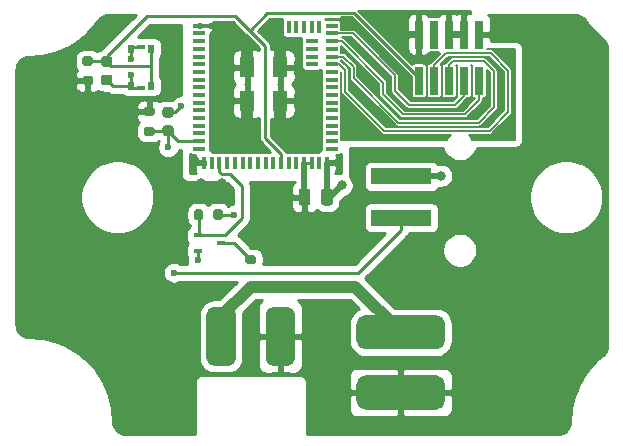
<source format=gbr>
%TF.GenerationSoftware,KiCad,Pcbnew,5.1.7-a382d34a8~88~ubuntu18.04.1*%
%TF.CreationDate,2022-12-15T19:41:17-05:00*%
%TF.ProjectId,project-nrf-leak-detector,70726f6a-6563-4742-9d6e-72662d6c6561,rev?*%
%TF.SameCoordinates,Original*%
%TF.FileFunction,Copper,L1,Top*%
%TF.FilePolarity,Positive*%
%FSLAX46Y46*%
G04 Gerber Fmt 4.6, Leading zero omitted, Abs format (unit mm)*
G04 Created by KiCad (PCBNEW 5.1.7-a382d34a8~88~ubuntu18.04.1) date 2022-12-15 19:41:17*
%MOMM*%
%LPD*%
G01*
G04 APERTURE LIST*
%TA.AperFunction,SMDPad,CuDef*%
%ADD10R,1.300000X1.800000*%
%TD*%
%TA.AperFunction,SMDPad,CuDef*%
%ADD11R,1.100000X0.350000*%
%TD*%
%TA.AperFunction,SMDPad,CuDef*%
%ADD12R,0.350000X1.100000*%
%TD*%
%TA.AperFunction,SMDPad,CuDef*%
%ADD13R,0.600000X0.650000*%
%TD*%
%TA.AperFunction,SMDPad,CuDef*%
%ADD14R,0.700000X0.350000*%
%TD*%
%TA.AperFunction,SMDPad,CuDef*%
%ADD15R,0.700000X0.450000*%
%TD*%
%TA.AperFunction,SMDPad,CuDef*%
%ADD16R,5.100000X1.400000*%
%TD*%
%TA.AperFunction,SMDPad,CuDef*%
%ADD17R,0.740000X2.400000*%
%TD*%
%TA.AperFunction,ViaPad*%
%ADD18C,0.600000*%
%TD*%
%TA.AperFunction,ViaPad*%
%ADD19C,0.800000*%
%TD*%
%TA.AperFunction,Conductor*%
%ADD20C,0.500000*%
%TD*%
%TA.AperFunction,Conductor*%
%ADD21C,0.250000*%
%TD*%
%TA.AperFunction,Conductor*%
%ADD22C,1.000000*%
%TD*%
%TA.AperFunction,Conductor*%
%ADD23C,0.127000*%
%TD*%
%TA.AperFunction,Conductor*%
%ADD24C,0.254000*%
%TD*%
%TA.AperFunction,Conductor*%
%ADD25C,0.100000*%
%TD*%
G04 APERTURE END LIST*
%TO.P,LS1,P*%
%TO.N,VDD*%
%TA.AperFunction,SMDPad,CuDef*%
G36*
G01*
X51750000Y-64375000D02*
X51750000Y-60625000D01*
G75*
G02*
X52375000Y-60000000I625000J0D01*
G01*
X53625000Y-60000000D01*
G75*
G02*
X54250000Y-60625000I0J-625000D01*
G01*
X54250000Y-64375000D01*
G75*
G02*
X53625000Y-65000000I-625000J0D01*
G01*
X52375000Y-65000000D01*
G75*
G02*
X51750000Y-64375000I0J625000D01*
G01*
G37*
%TD.AperFunction*%
%TO.P,LS1,N*%
%TO.N,Net-(D1-Pad2)*%
%TA.AperFunction,SMDPad,CuDef*%
G36*
G01*
X46750000Y-64375000D02*
X46750000Y-60625000D01*
G75*
G02*
X47375000Y-60000000I625000J0D01*
G01*
X48625000Y-60000000D01*
G75*
G02*
X49250000Y-60625000I0J-625000D01*
G01*
X49250000Y-64375000D01*
G75*
G02*
X48625000Y-65000000I-625000J0D01*
G01*
X47375000Y-65000000D01*
G75*
G02*
X46750000Y-64375000I0J625000D01*
G01*
G37*
%TD.AperFunction*%
%TD*%
%TO.P,R3,2*%
%TO.N,/WATER_PROBE*%
%TA.AperFunction,SMDPad,CuDef*%
G36*
G01*
X41625000Y-44725000D02*
X42175000Y-44725000D01*
G75*
G02*
X42375000Y-44925000I0J-200000D01*
G01*
X42375000Y-45325000D01*
G75*
G02*
X42175000Y-45525000I-200000J0D01*
G01*
X41625000Y-45525000D01*
G75*
G02*
X41425000Y-45325000I0J200000D01*
G01*
X41425000Y-44925000D01*
G75*
G02*
X41625000Y-44725000I200000J0D01*
G01*
G37*
%TD.AperFunction*%
%TO.P,R3,1*%
%TO.N,VDD*%
%TA.AperFunction,SMDPad,CuDef*%
G36*
G01*
X41625000Y-43075000D02*
X42175000Y-43075000D01*
G75*
G02*
X42375000Y-43275000I0J-200000D01*
G01*
X42375000Y-43675000D01*
G75*
G02*
X42175000Y-43875000I-200000J0D01*
G01*
X41625000Y-43875000D01*
G75*
G02*
X41425000Y-43675000I0J200000D01*
G01*
X41425000Y-43275000D01*
G75*
G02*
X41625000Y-43075000I200000J0D01*
G01*
G37*
%TD.AperFunction*%
%TD*%
%TO.P,C3,2*%
%TO.N,GND*%
%TA.AperFunction,SMDPad,CuDef*%
G36*
G01*
X43750000Y-43975000D02*
X43250000Y-43975000D01*
G75*
G02*
X43025000Y-43750000I0J225000D01*
G01*
X43025000Y-43300000D01*
G75*
G02*
X43250000Y-43075000I225000J0D01*
G01*
X43750000Y-43075000D01*
G75*
G02*
X43975000Y-43300000I0J-225000D01*
G01*
X43975000Y-43750000D01*
G75*
G02*
X43750000Y-43975000I-225000J0D01*
G01*
G37*
%TD.AperFunction*%
%TO.P,C3,1*%
%TO.N,/WATER_PROBE*%
%TA.AperFunction,SMDPad,CuDef*%
G36*
G01*
X43750000Y-45525000D02*
X43250000Y-45525000D01*
G75*
G02*
X43025000Y-45300000I0J225000D01*
G01*
X43025000Y-44850000D01*
G75*
G02*
X43250000Y-44625000I225000J0D01*
G01*
X43750000Y-44625000D01*
G75*
G02*
X43975000Y-44850000I0J-225000D01*
G01*
X43975000Y-45300000D01*
G75*
G02*
X43750000Y-45525000I-225000J0D01*
G01*
G37*
%TD.AperFunction*%
%TD*%
D10*
%TO.P,U1,63*%
%TO.N,GND*%
X50200000Y-42550000D03*
%TO.P,U1,62*%
X53000000Y-42550000D03*
%TO.P,U1,61*%
X53000000Y-39700000D03*
%TO.P,U1,64*%
X50200000Y-39700000D03*
D11*
%TO.P,U1,60*%
%TO.N,Net-(U1-Pad60)*%
X55650000Y-39450000D03*
%TO.P,U1,59*%
%TO.N,Net-(U1-Pad59)*%
X55650000Y-38800000D03*
%TO.P,U1,58*%
%TO.N,Net-(U1-Pad58)*%
X55650000Y-38150000D03*
%TO.P,U1,57*%
%TO.N,Net-(U1-Pad57)*%
X55650000Y-37500000D03*
D12*
%TO.P,U1,56*%
%TO.N,Net-(U1-Pad56)*%
X53700000Y-36300000D03*
%TO.P,U1,55*%
%TO.N,Net-(U1-Pad55)*%
X54350000Y-36300000D03*
%TO.P,U1,54*%
%TO.N,Net-(U1-Pad54)*%
X55000000Y-36300000D03*
%TO.P,U1,53*%
%TO.N,Net-(U1-Pad53)*%
X55650000Y-36300000D03*
%TO.P,U1,52*%
%TO.N,Net-(U1-Pad52)*%
X56250000Y-36300000D03*
D11*
%TO.P,U1,51*%
%TO.N,Net-(U1-Pad51)*%
X57350000Y-36200000D03*
%TO.P,U1,50*%
%TO.N,/SWCLK*%
X57350000Y-36850000D03*
%TO.P,U1,49*%
%TO.N,/SWDIO*%
X57350000Y-37500000D03*
%TO.P,U1,48*%
%TO.N,Net-(U1-Pad48)*%
X57350000Y-38150000D03*
%TO.P,U1,47*%
%TO.N,/TX*%
X57350000Y-38800000D03*
%TO.P,U1,46*%
%TO.N,/RX*%
X57350000Y-39450000D03*
%TO.P,U1,45*%
%TO.N,Net-(U1-Pad45)*%
X57350000Y-40100000D03*
%TO.P,U1,44*%
%TO.N,Net-(U1-Pad44)*%
X57350000Y-40750000D03*
%TO.P,U1,43*%
%TO.N,Net-(U1-Pad43)*%
X57350000Y-41400000D03*
%TO.P,U1,42*%
%TO.N,Net-(U1-Pad42)*%
X57350000Y-42050000D03*
%TO.P,U1,41*%
%TO.N,Net-(U1-Pad41)*%
X57350000Y-42700000D03*
%TO.P,U1,40*%
%TO.N,Net-(U1-Pad40)*%
X57350000Y-43350000D03*
%TO.P,U1,39*%
%TO.N,Net-(U1-Pad39)*%
X57350000Y-44000000D03*
%TO.P,U1,38*%
%TO.N,Net-(U1-Pad38)*%
X57350000Y-44650000D03*
%TO.P,U1,37*%
%TO.N,Net-(U1-Pad37)*%
X57350000Y-45300000D03*
%TO.P,U1,36*%
%TO.N,Net-(U1-Pad36)*%
X57350000Y-45950000D03*
%TO.P,U1,35*%
%TO.N,Net-(U1-Pad35)*%
X57350000Y-46600000D03*
D12*
%TO.P,U1,34*%
%TO.N,GND*%
X56950000Y-47800000D03*
%TO.P,U1,33*%
%TO.N,Net-(U1-Pad33)*%
X56300000Y-47800000D03*
%TO.P,U1,32*%
%TO.N,VDD*%
X55650000Y-47800000D03*
%TO.P,U1,31*%
X55000000Y-47800000D03*
%TO.P,U1,30*%
%TO.N,Net-(U1-Pad30)*%
X54350000Y-47800000D03*
%TO.P,U1,29*%
%TO.N,Net-(U1-Pad29)*%
X53700000Y-47800000D03*
%TO.P,U1,28*%
%TO.N,/~RESET*%
X53050000Y-47800000D03*
%TO.P,U1,27*%
%TO.N,Net-(U1-Pad27)*%
X52400000Y-47800000D03*
%TO.P,U1,26*%
%TO.N,Net-(U1-Pad26)*%
X51750000Y-47800000D03*
%TO.P,U1,25*%
%TO.N,Net-(U1-Pad25)*%
X51100000Y-47800000D03*
%TO.P,U1,24*%
%TO.N,Net-(U1-Pad24)*%
X50450000Y-47800000D03*
%TO.P,U1,23*%
%TO.N,Net-(U1-Pad23)*%
X49800000Y-47800000D03*
%TO.P,U1,22*%
%TO.N,Net-(U1-Pad22)*%
X49150000Y-47800000D03*
%TO.P,U1,21*%
%TO.N,Net-(U1-Pad21)*%
X48500000Y-47800000D03*
%TO.P,U1,20*%
%TO.N,/BUZZER*%
X47850000Y-47800000D03*
%TO.P,U1,19*%
%TO.N,Net-(U1-Pad19)*%
X47200000Y-47800000D03*
%TO.P,U1,18*%
%TO.N,GND*%
X46550000Y-47800000D03*
D11*
%TO.P,U1,17*%
%TO.N,Net-(U1-Pad17)*%
X46150000Y-46600000D03*
%TO.P,U1,16*%
%TO.N,/WATER_PROBE*%
X46150000Y-45950000D03*
%TO.P,U1,15*%
%TO.N,Net-(U1-Pad15)*%
X46150000Y-45300000D03*
%TO.P,U1,14*%
%TO.N,Net-(U1-Pad14)*%
X46150000Y-44650000D03*
%TO.P,U1,13*%
%TO.N,Net-(U1-Pad13)*%
X46150000Y-44000000D03*
%TO.P,U1,12*%
%TO.N,Net-(U1-Pad12)*%
X46150000Y-43350000D03*
%TO.P,U1,11*%
%TO.N,Net-(U1-Pad11)*%
X46150000Y-42700000D03*
%TO.P,U1,10*%
%TO.N,Net-(U1-Pad10)*%
X46150000Y-42050000D03*
%TO.P,U1,9*%
%TO.N,Net-(U1-Pad9)*%
X46150000Y-41400000D03*
%TO.P,U1,8*%
%TO.N,Net-(U1-Pad8)*%
X46150000Y-40750000D03*
%TO.P,U1,7*%
%TO.N,Net-(U1-Pad7)*%
X46150000Y-40100000D03*
%TO.P,U1,6*%
%TO.N,Net-(U1-Pad6)*%
X46150000Y-39450000D03*
%TO.P,U1,5*%
%TO.N,Net-(U1-Pad5)*%
X46150000Y-38800000D03*
%TO.P,U1,4*%
%TO.N,Net-(U1-Pad4)*%
X46150000Y-38150000D03*
%TO.P,U1,3*%
%TO.N,Net-(U1-Pad3)*%
X46150000Y-37500000D03*
%TO.P,U1,2*%
%TO.N,Net-(U1-Pad2)*%
X46150000Y-36850000D03*
%TO.P,U1,1*%
%TO.N,GND*%
X46150000Y-36200000D03*
%TD*%
D13*
%TO.P,S1,1*%
%TO.N,/~RESET*%
X42050000Y-38125000D03*
%TO.P,S1,2*%
X42050000Y-41275000D03*
%TO.P,S1,3*%
%TO.N,GND*%
X40350000Y-38125000D03*
%TO.P,S1,4*%
X40350000Y-41275000D03*
D14*
%TO.P,S1,5*%
X41200000Y-37975000D03*
%TO.P,S1,6*%
X41200000Y-41425000D03*
%TD*%
%TO.P,R2,2*%
%TO.N,GND*%
%TA.AperFunction,SMDPad,CuDef*%
G36*
G01*
X47325000Y-52475000D02*
X47325000Y-51925000D01*
G75*
G02*
X47525000Y-51725000I200000J0D01*
G01*
X47925000Y-51725000D01*
G75*
G02*
X48125000Y-51925000I0J-200000D01*
G01*
X48125000Y-52475000D01*
G75*
G02*
X47925000Y-52675000I-200000J0D01*
G01*
X47525000Y-52675000D01*
G75*
G02*
X47325000Y-52475000I0J200000D01*
G01*
G37*
%TD.AperFunction*%
%TO.P,R2,1*%
%TO.N,/BUZZER*%
%TA.AperFunction,SMDPad,CuDef*%
G36*
G01*
X45675000Y-52475000D02*
X45675000Y-51925000D01*
G75*
G02*
X45875000Y-51725000I200000J0D01*
G01*
X46275000Y-51725000D01*
G75*
G02*
X46475000Y-51925000I0J-200000D01*
G01*
X46475000Y-52475000D01*
G75*
G02*
X46275000Y-52675000I-200000J0D01*
G01*
X45875000Y-52675000D01*
G75*
G02*
X45675000Y-52475000I0J200000D01*
G01*
G37*
%TD.AperFunction*%
%TD*%
%TO.P,R1,2*%
%TO.N,/~RESET*%
%TA.AperFunction,SMDPad,CuDef*%
G36*
G01*
X36975000Y-39575000D02*
X36425000Y-39575000D01*
G75*
G02*
X36225000Y-39375000I0J200000D01*
G01*
X36225000Y-38975000D01*
G75*
G02*
X36425000Y-38775000I200000J0D01*
G01*
X36975000Y-38775000D01*
G75*
G02*
X37175000Y-38975000I0J-200000D01*
G01*
X37175000Y-39375000D01*
G75*
G02*
X36975000Y-39575000I-200000J0D01*
G01*
G37*
%TD.AperFunction*%
%TO.P,R1,1*%
%TO.N,VDD*%
%TA.AperFunction,SMDPad,CuDef*%
G36*
G01*
X36975000Y-41225000D02*
X36425000Y-41225000D01*
G75*
G02*
X36225000Y-41025000I0J200000D01*
G01*
X36225000Y-40625000D01*
G75*
G02*
X36425000Y-40425000I200000J0D01*
G01*
X36975000Y-40425000D01*
G75*
G02*
X37175000Y-40625000I0J-200000D01*
G01*
X37175000Y-41025000D01*
G75*
G02*
X36975000Y-41225000I-200000J0D01*
G01*
G37*
%TD.AperFunction*%
%TD*%
D15*
%TO.P,Q1,3*%
%TO.N,Net-(D1-Pad1)*%
X48000000Y-54600000D03*
%TO.P,Q1,2*%
%TO.N,GND*%
X46000000Y-55250000D03*
%TO.P,Q1,1*%
%TO.N,/BUZZER*%
X46000000Y-53950000D03*
%TD*%
%TO.P,L1,1*%
%TO.N,Net-(D1-Pad2)*%
%TA.AperFunction,SMDPad,CuDef*%
G36*
G01*
X59450000Y-62875000D02*
X59450000Y-61425000D01*
G75*
G02*
X60175000Y-60700000I725000J0D01*
G01*
X66225000Y-60700000D01*
G75*
G02*
X66950000Y-61425000I0J-725000D01*
G01*
X66950000Y-62875000D01*
G75*
G02*
X66225000Y-63600000I-725000J0D01*
G01*
X60175000Y-63600000D01*
G75*
G02*
X59450000Y-62875000I0J725000D01*
G01*
G37*
%TD.AperFunction*%
%TO.P,L1,2*%
%TO.N,VDD*%
%TA.AperFunction,SMDPad,CuDef*%
G36*
G01*
X66950000Y-66525000D02*
X66950000Y-67975000D01*
G75*
G02*
X66225000Y-68700000I-725000J0D01*
G01*
X60175000Y-68700000D01*
G75*
G02*
X59450000Y-67975000I0J725000D01*
G01*
X59450000Y-66525000D01*
G75*
G02*
X60175000Y-65800000I725000J0D01*
G01*
X66225000Y-65800000D01*
G75*
G02*
X66950000Y-66525000I0J-725000D01*
G01*
G37*
%TD.AperFunction*%
%TD*%
D16*
%TO.P,J2,2*%
%TO.N,GND*%
X63250000Y-48950000D03*
%TO.P,J2,1*%
%TO.N,/WATER_PROBE*%
X63250000Y-52450000D03*
%TD*%
D17*
%TO.P,J1,10*%
%TO.N,/~RESET*%
X64760000Y-40850000D03*
%TO.P,J1,9*%
%TO.N,GND*%
X64760000Y-36950000D03*
%TO.P,J1,8*%
%TO.N,/RX*%
X66030000Y-40850000D03*
%TO.P,J1,7*%
%TO.N,Net-(J1-Pad7)*%
X66030000Y-36950000D03*
%TO.P,J1,6*%
%TO.N,/TX*%
X67300000Y-40850000D03*
%TO.P,J1,5*%
%TO.N,GND*%
X67300000Y-36950000D03*
%TO.P,J1,4*%
%TO.N,/SWCLK*%
X68570000Y-40850000D03*
%TO.P,J1,3*%
%TO.N,GND*%
X68570000Y-36950000D03*
%TO.P,J1,2*%
%TO.N,/SWDIO*%
X69840000Y-40850000D03*
%TO.P,J1,1*%
%TO.N,VDD*%
X69840000Y-36950000D03*
%TD*%
%TO.P,D1,1*%
%TO.N,Net-(D1-Pad1)*%
%TA.AperFunction,SMDPad,CuDef*%
G36*
G01*
X50250000Y-55600000D02*
X50750000Y-55600000D01*
G75*
G02*
X50950000Y-55800000I0J-200000D01*
G01*
X50950000Y-56200000D01*
G75*
G02*
X50750000Y-56400000I-200000J0D01*
G01*
X50250000Y-56400000D01*
G75*
G02*
X50050000Y-56200000I0J200000D01*
G01*
X50050000Y-55800000D01*
G75*
G02*
X50250000Y-55600000I200000J0D01*
G01*
G37*
%TD.AperFunction*%
%TO.P,D1,2*%
%TO.N,Net-(D1-Pad2)*%
%TA.AperFunction,SMDPad,CuDef*%
G36*
G01*
X50250000Y-57900000D02*
X50750000Y-57900000D01*
G75*
G02*
X50950000Y-58100000I0J-200000D01*
G01*
X50950000Y-58500000D01*
G75*
G02*
X50750000Y-58700000I-200000J0D01*
G01*
X50250000Y-58700000D01*
G75*
G02*
X50050000Y-58500000I0J200000D01*
G01*
X50050000Y-58100000D01*
G75*
G02*
X50250000Y-57900000I200000J0D01*
G01*
G37*
%TD.AperFunction*%
%TD*%
%TO.P,C2,2*%
%TO.N,GND*%
%TA.AperFunction,SMDPad,CuDef*%
G36*
G01*
X56450000Y-51175000D02*
X56450000Y-50225000D01*
G75*
G02*
X56700000Y-49975000I250000J0D01*
G01*
X57200000Y-49975000D01*
G75*
G02*
X57450000Y-50225000I0J-250000D01*
G01*
X57450000Y-51175000D01*
G75*
G02*
X57200000Y-51425000I-250000J0D01*
G01*
X56700000Y-51425000D01*
G75*
G02*
X56450000Y-51175000I0J250000D01*
G01*
G37*
%TD.AperFunction*%
%TO.P,C2,1*%
%TO.N,VDD*%
%TA.AperFunction,SMDPad,CuDef*%
G36*
G01*
X54550000Y-51175000D02*
X54550000Y-50225000D01*
G75*
G02*
X54800000Y-49975000I250000J0D01*
G01*
X55300000Y-49975000D01*
G75*
G02*
X55550000Y-50225000I0J-250000D01*
G01*
X55550000Y-51175000D01*
G75*
G02*
X55300000Y-51425000I-250000J0D01*
G01*
X54800000Y-51425000D01*
G75*
G02*
X54550000Y-51175000I0J250000D01*
G01*
G37*
%TD.AperFunction*%
%TD*%
%TO.P,C1,2*%
%TO.N,GND*%
%TA.AperFunction,SMDPad,CuDef*%
G36*
G01*
X38050000Y-40325000D02*
X38550000Y-40325000D01*
G75*
G02*
X38775000Y-40550000I0J-225000D01*
G01*
X38775000Y-41000000D01*
G75*
G02*
X38550000Y-41225000I-225000J0D01*
G01*
X38050000Y-41225000D01*
G75*
G02*
X37825000Y-41000000I0J225000D01*
G01*
X37825000Y-40550000D01*
G75*
G02*
X38050000Y-40325000I225000J0D01*
G01*
G37*
%TD.AperFunction*%
%TO.P,C1,1*%
%TO.N,/~RESET*%
%TA.AperFunction,SMDPad,CuDef*%
G36*
G01*
X38050000Y-38775000D02*
X38550000Y-38775000D01*
G75*
G02*
X38775000Y-39000000I0J-225000D01*
G01*
X38775000Y-39450000D01*
G75*
G02*
X38550000Y-39675000I-225000J0D01*
G01*
X38050000Y-39675000D01*
G75*
G02*
X37825000Y-39450000I0J225000D01*
G01*
X37825000Y-39000000D01*
G75*
G02*
X38050000Y-38775000I225000J0D01*
G01*
G37*
%TD.AperFunction*%
%TD*%
D18*
%TO.N,GND*%
X60300000Y-44900000D03*
D19*
X66600000Y-48900000D03*
X58200000Y-49700000D03*
D18*
X40400000Y-39000000D03*
X40400000Y-40400000D03*
X47200000Y-36200000D03*
D19*
X50200000Y-38100000D03*
X53000000Y-38100000D03*
X50200000Y-44100000D03*
X53000000Y-44100000D03*
D18*
X46000000Y-56000000D03*
X49110002Y-52200000D03*
X60300000Y-40600000D03*
X60300000Y-37200000D03*
X67300000Y-35200000D03*
X60300000Y-35200000D03*
X72100000Y-38800000D03*
X72100000Y-44900000D03*
X70400000Y-42800000D03*
X60300000Y-42600000D03*
X45900000Y-47600000D03*
X68700000Y-42800000D03*
X71700000Y-41700000D03*
X60300000Y-38800000D03*
X64800000Y-38800000D03*
X44600000Y-43000000D03*
X68600000Y-35200000D03*
D19*
%TO.N,VDD*%
X70100000Y-51000000D03*
X68300000Y-51000000D03*
X68300000Y-52800000D03*
X70100000Y-52800000D03*
X70100000Y-49100000D03*
X68300000Y-49100000D03*
X46300000Y-50800000D03*
X48100000Y-50800000D03*
X48100000Y-49500000D03*
X46300000Y-49500000D03*
D18*
%TO.N,/WATER_PROBE*%
X43500000Y-46500000D03*
X44000000Y-57100000D03*
%TD*%
D20*
%TO.N,GND*%
X63250000Y-48950000D02*
X66550000Y-48950000D01*
X66550000Y-48950000D02*
X66600000Y-48900000D01*
X56950000Y-47800000D02*
X56950000Y-50700000D01*
X56950000Y-50700000D02*
X57200000Y-50700000D01*
X57200000Y-50700000D02*
X58200000Y-49700000D01*
D21*
X40500000Y-37975000D02*
X40350000Y-38125000D01*
X41200000Y-37975000D02*
X40500000Y-37975000D01*
X40500000Y-41425000D02*
X40350000Y-41275000D01*
X41200000Y-41425000D02*
X40500000Y-41425000D01*
X38800000Y-41275000D02*
X38300000Y-40775000D01*
X40350000Y-41275000D02*
X38800000Y-41275000D01*
X40350000Y-38125000D02*
X40350000Y-38950000D01*
X40350000Y-38950000D02*
X40400000Y-39000000D01*
X40350000Y-41275000D02*
X40350000Y-40450000D01*
X40350000Y-40450000D02*
X40400000Y-40400000D01*
X46150000Y-36200000D02*
X47200000Y-36200000D01*
D22*
X50200000Y-39700000D02*
X50200000Y-38100000D01*
X53000000Y-39700000D02*
X53000000Y-38100000D01*
X50200000Y-42550000D02*
X50200000Y-44100000D01*
X53000000Y-42550000D02*
X53000000Y-44100000D01*
D21*
X46000000Y-55250000D02*
X46000000Y-56000000D01*
X47725000Y-52200000D02*
X49110002Y-52200000D01*
X43500000Y-43525000D02*
X44075000Y-43525000D01*
X44075000Y-43525000D02*
X44600000Y-43000000D01*
%TO.N,VDD*%
X55650000Y-47800000D02*
X55000000Y-47800000D01*
D20*
X55000000Y-50650000D02*
X55050000Y-50700000D01*
X55000000Y-47800000D02*
X55000000Y-50650000D01*
D21*
%TO.N,/~RESET*%
X38250000Y-39175000D02*
X38300000Y-39225000D01*
X36700000Y-39175000D02*
X38250000Y-39175000D01*
X53050000Y-47050000D02*
X53050000Y-47800000D01*
X51700000Y-37900000D02*
X51700000Y-45700000D01*
X51700000Y-45700000D02*
X53050000Y-47050000D01*
X42025001Y-39625001D02*
X42050000Y-39650000D01*
X38700001Y-39625001D02*
X42025001Y-39625001D01*
X42050000Y-41275000D02*
X42050000Y-39650000D01*
X38300000Y-39225000D02*
X38700001Y-39625001D01*
X42050000Y-39650000D02*
X42050000Y-38125000D01*
X50400000Y-36600000D02*
X51700000Y-37900000D01*
X41675000Y-35400000D02*
X49200000Y-35400000D01*
X38300000Y-39225000D02*
X38300000Y-38775000D01*
X49200000Y-35400000D02*
X50400000Y-36600000D01*
X38300000Y-38775000D02*
X41675000Y-35400000D01*
X64760000Y-40660000D02*
X64760000Y-40850000D01*
X59200000Y-35100000D02*
X64760000Y-40660000D01*
X50400000Y-36600000D02*
X51900000Y-35100000D01*
X51900000Y-35100000D02*
X59200000Y-35100000D01*
%TO.N,Net-(D1-Pad1)*%
X49100000Y-54600000D02*
X50500000Y-56000000D01*
X48000000Y-54600000D02*
X49100000Y-54600000D01*
D22*
%TO.N,Net-(D1-Pad2)*%
X59350000Y-58300000D02*
X63200000Y-62150000D01*
X50500000Y-58300000D02*
X59350000Y-58300000D01*
X48000000Y-60800000D02*
X50500000Y-58300000D01*
X48000000Y-62500000D02*
X48000000Y-60800000D01*
D23*
%TO.N,/RX*%
X66030000Y-39523000D02*
X66030000Y-40850000D01*
X70800000Y-38500000D02*
X67053000Y-38500000D01*
X72300000Y-40000000D02*
X70800000Y-38500000D01*
X72300000Y-43500000D02*
X72300000Y-40000000D01*
X57987538Y-39450000D02*
X58500000Y-39962462D01*
X57350000Y-39450000D02*
X57987538Y-39450000D01*
X61786499Y-45086499D02*
X70713501Y-45086499D01*
X58500000Y-39962462D02*
X58500000Y-41800000D01*
X67053000Y-38500000D02*
X66030000Y-39523000D01*
X58500000Y-41800000D02*
X61786499Y-45086499D01*
X70713501Y-45086499D02*
X72300000Y-43500000D01*
%TO.N,/TX*%
X67300000Y-39500000D02*
X67300000Y-40850000D01*
X67600000Y-39200000D02*
X67300000Y-39500000D01*
X70234302Y-39200000D02*
X67600000Y-39200000D01*
X71100000Y-40065698D02*
X70234302Y-39200000D01*
X57350000Y-38800000D02*
X58300000Y-38800000D01*
X71100000Y-43100000D02*
X71100000Y-40065698D01*
X58300000Y-38800000D02*
X59200000Y-39700000D01*
X59200000Y-39700000D02*
X59200000Y-40600000D01*
X59200000Y-40600000D02*
X63000000Y-44400000D01*
X63000000Y-44400000D02*
X69800000Y-44400000D01*
X69800000Y-44400000D02*
X71100000Y-43100000D01*
%TO.N,/SWCLK*%
X68570000Y-42107000D02*
X68570000Y-40850000D01*
X59150000Y-36850000D02*
X62700000Y-40400000D01*
X67777000Y-42900000D02*
X68570000Y-42107000D01*
X57350000Y-36850000D02*
X59150000Y-36850000D01*
X62700000Y-40400000D02*
X62700000Y-41700000D01*
X63900000Y-42900000D02*
X67777000Y-42900000D01*
X62700000Y-41700000D02*
X63900000Y-42900000D01*
%TO.N,/SWDIO*%
X58200000Y-37500000D02*
X61700000Y-41000000D01*
X69840000Y-42460000D02*
X69840000Y-40850000D01*
X57350000Y-37500000D02*
X58200000Y-37500000D01*
X61700000Y-41000000D02*
X61700000Y-42000000D01*
X68600000Y-43700000D02*
X69840000Y-42460000D01*
X61700000Y-42000000D02*
X63400000Y-43700000D01*
X63400000Y-43700000D02*
X68600000Y-43700000D01*
D21*
%TO.N,/WATER_PROBE*%
X44375000Y-45950000D02*
X43500000Y-45075000D01*
X46150000Y-45950000D02*
X44375000Y-45950000D01*
X41950000Y-45075000D02*
X41900000Y-45125000D01*
X43500000Y-45075000D02*
X41950000Y-45075000D01*
X43500000Y-45075000D02*
X43500000Y-46500000D01*
X63250000Y-53461410D02*
X63250000Y-52450000D01*
X59611410Y-57100000D02*
X63250000Y-53461410D01*
X44000000Y-57100000D02*
X59611410Y-57100000D01*
%TO.N,/BUZZER*%
X46075000Y-53875000D02*
X46000000Y-53950000D01*
X46075000Y-52200000D02*
X46075000Y-53875000D01*
X48285004Y-53950000D02*
X46000000Y-53950000D01*
X47850000Y-48600000D02*
X48024999Y-48774999D01*
X47850000Y-47800000D02*
X47850000Y-48600000D01*
X48024999Y-48774999D02*
X48774999Y-48774999D01*
X49735003Y-52500001D02*
X48285004Y-53950000D01*
X48774999Y-48774999D02*
X49735003Y-49735003D01*
X49735003Y-49735003D02*
X49735003Y-52500001D01*
%TD*%
D24*
%TO.N,VDD*%
X40759693Y-35251818D02*
X37835714Y-38175798D01*
X37722793Y-38210053D01*
X37574969Y-38289066D01*
X37508122Y-38343926D01*
X37436142Y-38284853D01*
X37292640Y-38208149D01*
X37136931Y-38160916D01*
X36975000Y-38144967D01*
X36425000Y-38144967D01*
X36263069Y-38160916D01*
X36107360Y-38208149D01*
X35963858Y-38284853D01*
X35838078Y-38388078D01*
X35734853Y-38513858D01*
X35658149Y-38657360D01*
X35610916Y-38813069D01*
X35594967Y-38975000D01*
X35594967Y-39375000D01*
X35610916Y-39536931D01*
X35658149Y-39692640D01*
X35734853Y-39836142D01*
X35818047Y-39937515D01*
X35773815Y-39973815D01*
X35694463Y-40070506D01*
X35635498Y-40180820D01*
X35599188Y-40300518D01*
X35586928Y-40425000D01*
X35590000Y-40539250D01*
X35748750Y-40698000D01*
X36573000Y-40698000D01*
X36573000Y-40678000D01*
X36827000Y-40678000D01*
X36827000Y-40698000D01*
X36847000Y-40698000D01*
X36847000Y-40952000D01*
X36827000Y-40952000D01*
X36827000Y-41701250D01*
X36985750Y-41860000D01*
X37175000Y-41863072D01*
X37299482Y-41850812D01*
X37419180Y-41814502D01*
X37529494Y-41755537D01*
X37580343Y-41713806D01*
X37722793Y-41789947D01*
X37883191Y-41838604D01*
X38050000Y-41855033D01*
X38321388Y-41855033D01*
X38380190Y-41903290D01*
X38510830Y-41973118D01*
X38652582Y-42016119D01*
X38763062Y-42027000D01*
X38763064Y-42027000D01*
X38800000Y-42030638D01*
X38836935Y-42027000D01*
X39589316Y-42027000D01*
X39604499Y-42045501D01*
X39699972Y-42123853D01*
X39808897Y-42182075D01*
X39927087Y-42217927D01*
X40050000Y-42230033D01*
X40650000Y-42230033D01*
X40750000Y-42220184D01*
X40850000Y-42230033D01*
X41550000Y-42230033D01*
X41650000Y-42220184D01*
X41750000Y-42230033D01*
X42350000Y-42230033D01*
X42472913Y-42217927D01*
X42591103Y-42182075D01*
X42700028Y-42123853D01*
X42795501Y-42045501D01*
X42873853Y-41950028D01*
X42932075Y-41841103D01*
X42967927Y-41722913D01*
X42980033Y-41600000D01*
X42980033Y-40950000D01*
X42967927Y-40827087D01*
X42932075Y-40708897D01*
X42873853Y-40599972D01*
X42802000Y-40512418D01*
X42802000Y-39686935D01*
X42805638Y-39650000D01*
X42802000Y-39613062D01*
X42802000Y-38887582D01*
X42873853Y-38800028D01*
X42932075Y-38691103D01*
X42967927Y-38572913D01*
X42980033Y-38450000D01*
X42980033Y-37800000D01*
X42967927Y-37677087D01*
X42932075Y-37558897D01*
X42873853Y-37449972D01*
X42795501Y-37354499D01*
X42700028Y-37276147D01*
X42591103Y-37217925D01*
X42472913Y-37182073D01*
X42350000Y-37169967D01*
X41750000Y-37169967D01*
X41650000Y-37179816D01*
X41550000Y-37169967D01*
X40968522Y-37169967D01*
X41986489Y-36152000D01*
X44573000Y-36152000D01*
X44573000Y-42073000D01*
X44508699Y-42073000D01*
X44329604Y-42108624D01*
X44160901Y-42178504D01*
X44009072Y-42279952D01*
X43879952Y-42409072D01*
X43849425Y-42454759D01*
X43750000Y-42444967D01*
X43250000Y-42444967D01*
X43083191Y-42461396D01*
X42922793Y-42510053D01*
X42780343Y-42586194D01*
X42729494Y-42544463D01*
X42619180Y-42485498D01*
X42499482Y-42449188D01*
X42375000Y-42436928D01*
X42185750Y-42440000D01*
X42027000Y-42598750D01*
X42027000Y-43348000D01*
X42047000Y-43348000D01*
X42047000Y-43602000D01*
X42027000Y-43602000D01*
X42027000Y-43622000D01*
X41773000Y-43622000D01*
X41773000Y-43602000D01*
X40948750Y-43602000D01*
X40790000Y-43760750D01*
X40786928Y-43875000D01*
X40799188Y-43999482D01*
X40835498Y-44119180D01*
X40894463Y-44229494D01*
X40973815Y-44326185D01*
X41018047Y-44362485D01*
X40934853Y-44463858D01*
X40858149Y-44607360D01*
X40810916Y-44763069D01*
X40794967Y-44925000D01*
X40794967Y-45325000D01*
X40810916Y-45486931D01*
X40858149Y-45642640D01*
X40934853Y-45786142D01*
X41038078Y-45911922D01*
X41163858Y-46015147D01*
X41307360Y-46091851D01*
X41463069Y-46139084D01*
X41625000Y-46155033D01*
X42175000Y-46155033D01*
X42336931Y-46139084D01*
X42492640Y-46091851D01*
X42636142Y-46015147D01*
X42708122Y-45956074D01*
X42734230Y-45977500D01*
X42678504Y-46060901D01*
X42608624Y-46229604D01*
X42573000Y-46408699D01*
X42573000Y-46591301D01*
X42608624Y-46770396D01*
X42678504Y-46939099D01*
X42779952Y-47090928D01*
X42909072Y-47220048D01*
X43060901Y-47321496D01*
X43229604Y-47391376D01*
X43408699Y-47427000D01*
X43591301Y-47427000D01*
X43770396Y-47391376D01*
X43939099Y-47321496D01*
X44090928Y-47220048D01*
X44220048Y-47090928D01*
X44321496Y-46939099D01*
X44391376Y-46770396D01*
X44404842Y-46702699D01*
X44411935Y-46702000D01*
X44573000Y-46702000D01*
X44573000Y-48800000D01*
X44585048Y-48922322D01*
X44620728Y-49039943D01*
X44678669Y-49148343D01*
X44756644Y-49243356D01*
X44851657Y-49321331D01*
X44960057Y-49379272D01*
X45077678Y-49414952D01*
X45200000Y-49427000D01*
X47649550Y-49427000D01*
X47735829Y-49473117D01*
X47877581Y-49516118D01*
X47988061Y-49526999D01*
X47988063Y-49526999D01*
X48024999Y-49530637D01*
X48061934Y-49526999D01*
X48463511Y-49526999D01*
X48983003Y-50046491D01*
X48983004Y-51280101D01*
X48839606Y-51308624D01*
X48670903Y-51378504D01*
X48589653Y-51432793D01*
X48511922Y-51338078D01*
X48386142Y-51234853D01*
X48242640Y-51158149D01*
X48086931Y-51110916D01*
X47925000Y-51094967D01*
X47525000Y-51094967D01*
X47363069Y-51110916D01*
X47207360Y-51158149D01*
X47063858Y-51234853D01*
X46938078Y-51338078D01*
X46900000Y-51384476D01*
X46861922Y-51338078D01*
X46736142Y-51234853D01*
X46592640Y-51158149D01*
X46436931Y-51110916D01*
X46275000Y-51094967D01*
X45875000Y-51094967D01*
X45713069Y-51110916D01*
X45557360Y-51158149D01*
X45413858Y-51234853D01*
X45288078Y-51338078D01*
X45184853Y-51463858D01*
X45108149Y-51607360D01*
X45060916Y-51763069D01*
X45044967Y-51925000D01*
X45044967Y-52475000D01*
X45060916Y-52636931D01*
X45108149Y-52792640D01*
X45184853Y-52936142D01*
X45288078Y-53061922D01*
X45323001Y-53090582D01*
X45323001Y-53188838D01*
X45299972Y-53201147D01*
X45204499Y-53279499D01*
X45126147Y-53374972D01*
X45067925Y-53483897D01*
X45032073Y-53602087D01*
X45019967Y-53725000D01*
X45019967Y-54175000D01*
X45032073Y-54297913D01*
X45067925Y-54416103D01*
X45126147Y-54525028D01*
X45187674Y-54600000D01*
X45126147Y-54674972D01*
X45067925Y-54783897D01*
X45032073Y-54902087D01*
X45019967Y-55025000D01*
X45019967Y-55475000D01*
X45032073Y-55597913D01*
X45067925Y-55716103D01*
X45099543Y-55775256D01*
X45073000Y-55908699D01*
X45073000Y-56091301D01*
X45108624Y-56270396D01*
X45140769Y-56348000D01*
X44543108Y-56348000D01*
X44439099Y-56278504D01*
X44270396Y-56208624D01*
X44091301Y-56173000D01*
X43908699Y-56173000D01*
X43729604Y-56208624D01*
X43560901Y-56278504D01*
X43409072Y-56379952D01*
X43279952Y-56509072D01*
X43178504Y-56660901D01*
X43108624Y-56829604D01*
X43073000Y-57008699D01*
X43073000Y-57191301D01*
X43108624Y-57370396D01*
X43178504Y-57539099D01*
X43279952Y-57690928D01*
X43409072Y-57820048D01*
X43560901Y-57921496D01*
X43729604Y-57991376D01*
X43908699Y-58027000D01*
X44091301Y-58027000D01*
X44270396Y-57991376D01*
X44439099Y-57921496D01*
X44543108Y-57852000D01*
X49354181Y-57852000D01*
X47836215Y-59369967D01*
X47375000Y-59369967D01*
X47130155Y-59394082D01*
X46894720Y-59465501D01*
X46677741Y-59581478D01*
X46487558Y-59737558D01*
X46331478Y-59927741D01*
X46215501Y-60144720D01*
X46144082Y-60380155D01*
X46119967Y-60625000D01*
X46119967Y-64375000D01*
X46144082Y-64619845D01*
X46215501Y-64855280D01*
X46331478Y-65072259D01*
X46487558Y-65262442D01*
X46677741Y-65418522D01*
X46894720Y-65534499D01*
X47130155Y-65605918D01*
X47375000Y-65630033D01*
X48625000Y-65630033D01*
X48869845Y-65605918D01*
X49105280Y-65534499D01*
X49322259Y-65418522D01*
X49512442Y-65262442D01*
X49668522Y-65072259D01*
X49707145Y-65000000D01*
X51111928Y-65000000D01*
X51124188Y-65124482D01*
X51160498Y-65244180D01*
X51219463Y-65354494D01*
X51298815Y-65451185D01*
X51395506Y-65530537D01*
X51505820Y-65589502D01*
X51625518Y-65625812D01*
X51750000Y-65638072D01*
X52714250Y-65635000D01*
X52873000Y-65476250D01*
X52873000Y-62627000D01*
X53127000Y-62627000D01*
X53127000Y-65476250D01*
X53285750Y-65635000D01*
X54250000Y-65638072D01*
X54374482Y-65625812D01*
X54494180Y-65589502D01*
X54604494Y-65530537D01*
X54701185Y-65451185D01*
X54780537Y-65354494D01*
X54839502Y-65244180D01*
X54875812Y-65124482D01*
X54888072Y-65000000D01*
X54885000Y-62785750D01*
X54726250Y-62627000D01*
X53127000Y-62627000D01*
X52873000Y-62627000D01*
X51273750Y-62627000D01*
X51115000Y-62785750D01*
X51111928Y-65000000D01*
X49707145Y-65000000D01*
X49784499Y-64855280D01*
X49855918Y-64619845D01*
X49880033Y-64375000D01*
X49880033Y-60625000D01*
X49870061Y-60523757D01*
X50966819Y-59427000D01*
X51474947Y-59427000D01*
X51395506Y-59469463D01*
X51298815Y-59548815D01*
X51219463Y-59645506D01*
X51160498Y-59755820D01*
X51124188Y-59875518D01*
X51111928Y-60000000D01*
X51115000Y-62214250D01*
X51273750Y-62373000D01*
X52873000Y-62373000D01*
X52873000Y-62353000D01*
X53127000Y-62353000D01*
X53127000Y-62373000D01*
X54726250Y-62373000D01*
X54885000Y-62214250D01*
X54888072Y-60000000D01*
X54875812Y-59875518D01*
X54839502Y-59755820D01*
X54780537Y-59645506D01*
X54701185Y-59548815D01*
X54604494Y-59469463D01*
X54525053Y-59427000D01*
X58883182Y-59427000D01*
X59638754Y-60182572D01*
X59422184Y-60298331D01*
X59216847Y-60466847D01*
X59048331Y-60672184D01*
X58923113Y-60906451D01*
X58846004Y-61160646D01*
X58819967Y-61425000D01*
X58819967Y-62875000D01*
X58846004Y-63139354D01*
X58923113Y-63393549D01*
X59048331Y-63627816D01*
X59216847Y-63833153D01*
X59422184Y-64001669D01*
X59656451Y-64126887D01*
X59910646Y-64203996D01*
X60175000Y-64230033D01*
X66225000Y-64230033D01*
X66489354Y-64203996D01*
X66743549Y-64126887D01*
X66977816Y-64001669D01*
X67183153Y-63833153D01*
X67351669Y-63627816D01*
X67476887Y-63393549D01*
X67553996Y-63139354D01*
X67580033Y-62875000D01*
X67580033Y-61425000D01*
X67553996Y-61160646D01*
X67476887Y-60906451D01*
X67351669Y-60672184D01*
X67183153Y-60466847D01*
X66977816Y-60298331D01*
X66743549Y-60173113D01*
X66489354Y-60096004D01*
X66225000Y-60069967D01*
X62713786Y-60069967D01*
X60209358Y-57565540D01*
X62720370Y-55054528D01*
X66723000Y-55054528D01*
X66723000Y-55345472D01*
X66779760Y-55630825D01*
X66891099Y-55899622D01*
X67052739Y-56141533D01*
X67258467Y-56347261D01*
X67500378Y-56508901D01*
X67769175Y-56620240D01*
X68054528Y-56677000D01*
X68345472Y-56677000D01*
X68630825Y-56620240D01*
X68899622Y-56508901D01*
X69141533Y-56347261D01*
X69347261Y-56141533D01*
X69508901Y-55899622D01*
X69620240Y-55630825D01*
X69677000Y-55345472D01*
X69677000Y-55054528D01*
X69620240Y-54769175D01*
X69508901Y-54500378D01*
X69347261Y-54258467D01*
X69141533Y-54052739D01*
X68899622Y-53891099D01*
X68630825Y-53779760D01*
X68345472Y-53723000D01*
X68054528Y-53723000D01*
X67769175Y-53779760D01*
X67500378Y-53891099D01*
X67258467Y-54052739D01*
X67052739Y-54258467D01*
X66891099Y-54500378D01*
X66779760Y-54769175D01*
X66723000Y-55054528D01*
X62720370Y-55054528D01*
X63755627Y-54019272D01*
X63784317Y-53995727D01*
X63853081Y-53911938D01*
X63878290Y-53881221D01*
X63920322Y-53802583D01*
X63932375Y-53780033D01*
X65800000Y-53780033D01*
X65922913Y-53767927D01*
X66041103Y-53732075D01*
X66150028Y-53673853D01*
X66245501Y-53595501D01*
X66323853Y-53500028D01*
X66382075Y-53391103D01*
X66417927Y-53272913D01*
X66430033Y-53150000D01*
X66430033Y-51750000D01*
X66417927Y-51627087D01*
X66382075Y-51508897D01*
X66323853Y-51399972D01*
X66245501Y-51304499D01*
X66150028Y-51226147D01*
X66041103Y-51167925D01*
X65922913Y-51132073D01*
X65800000Y-51119967D01*
X60700000Y-51119967D01*
X60577087Y-51132073D01*
X60458897Y-51167925D01*
X60349972Y-51226147D01*
X60254499Y-51304499D01*
X60176147Y-51399972D01*
X60117925Y-51508897D01*
X60082073Y-51627087D01*
X60069967Y-51750000D01*
X60069967Y-53150000D01*
X60082073Y-53272913D01*
X60117925Y-53391103D01*
X60176147Y-53500028D01*
X60254499Y-53595501D01*
X60349972Y-53673853D01*
X60458897Y-53732075D01*
X60577087Y-53767927D01*
X60700000Y-53780033D01*
X61867888Y-53780033D01*
X59299922Y-56348000D01*
X51565456Y-56348000D01*
X51580033Y-56200000D01*
X51580033Y-55800000D01*
X51564084Y-55638069D01*
X51516851Y-55482360D01*
X51440147Y-55338858D01*
X51336922Y-55213078D01*
X51211142Y-55109853D01*
X51067640Y-55033149D01*
X50911931Y-54985916D01*
X50750000Y-54969967D01*
X50533456Y-54969967D01*
X49657867Y-54094379D01*
X49634317Y-54065683D01*
X49519810Y-53971710D01*
X49394019Y-53904474D01*
X50240629Y-53057864D01*
X50269320Y-53034318D01*
X50292866Y-53005627D01*
X50363293Y-52919812D01*
X50409630Y-52833120D01*
X50433121Y-52789171D01*
X50476122Y-52647419D01*
X50487003Y-52536939D01*
X50487003Y-52536937D01*
X50490641Y-52500002D01*
X50487003Y-52463066D01*
X50487003Y-51425000D01*
X53911928Y-51425000D01*
X53924188Y-51549482D01*
X53960498Y-51669180D01*
X54019463Y-51779494D01*
X54098815Y-51876185D01*
X54195506Y-51955537D01*
X54305820Y-52014502D01*
X54425518Y-52050812D01*
X54550000Y-52063072D01*
X54764250Y-52060000D01*
X54923000Y-51901250D01*
X54923000Y-50827000D01*
X54073750Y-50827000D01*
X53915000Y-50985750D01*
X53911928Y-51425000D01*
X50487003Y-51425000D01*
X50487003Y-49771938D01*
X50490641Y-49735003D01*
X50479364Y-49620506D01*
X50476122Y-49587585D01*
X50433121Y-49445833D01*
X50423055Y-49427000D01*
X54228176Y-49427000D01*
X54195506Y-49444463D01*
X54098815Y-49523815D01*
X54019463Y-49620506D01*
X53960498Y-49730820D01*
X53924188Y-49850518D01*
X53911928Y-49975000D01*
X53915000Y-50414250D01*
X54073750Y-50573000D01*
X54923000Y-50573000D01*
X54923000Y-50553000D01*
X55177000Y-50553000D01*
X55177000Y-50573000D01*
X55197000Y-50573000D01*
X55197000Y-50827000D01*
X55177000Y-50827000D01*
X55177000Y-51901250D01*
X55335750Y-52060000D01*
X55550000Y-52063072D01*
X55674482Y-52050812D01*
X55794180Y-52014502D01*
X55904494Y-51955537D01*
X56001185Y-51876185D01*
X56071833Y-51790100D01*
X56077723Y-51797277D01*
X56211080Y-51906721D01*
X56363226Y-51988044D01*
X56528314Y-52038123D01*
X56700000Y-52055033D01*
X57200000Y-52055033D01*
X57371686Y-52038123D01*
X57536774Y-51988044D01*
X57688920Y-51906721D01*
X57822277Y-51797277D01*
X57931721Y-51663920D01*
X58013044Y-51511774D01*
X58063123Y-51346686D01*
X58080033Y-51175000D01*
X58080033Y-51060232D01*
X58441103Y-50699162D01*
X58499565Y-50687533D01*
X58686467Y-50610115D01*
X58854674Y-50497723D01*
X58960380Y-50392017D01*
X74073000Y-50392017D01*
X74073000Y-51007983D01*
X74193169Y-51612112D01*
X74428889Y-52181190D01*
X74771101Y-52693346D01*
X75206654Y-53128899D01*
X75718810Y-53471111D01*
X76287888Y-53706831D01*
X76892017Y-53827000D01*
X77507983Y-53827000D01*
X78112112Y-53706831D01*
X78681190Y-53471111D01*
X79193346Y-53128899D01*
X79628899Y-52693346D01*
X79971111Y-52181190D01*
X80206831Y-51612112D01*
X80327000Y-51007983D01*
X80327000Y-50392017D01*
X80206831Y-49787888D01*
X79971111Y-49218810D01*
X79628899Y-48706654D01*
X79193346Y-48271101D01*
X78681190Y-47928889D01*
X78112112Y-47693169D01*
X77507983Y-47573000D01*
X76892017Y-47573000D01*
X76287888Y-47693169D01*
X75718810Y-47928889D01*
X75206654Y-48271101D01*
X74771101Y-48706654D01*
X74428889Y-49218810D01*
X74193169Y-49787888D01*
X74073000Y-50392017D01*
X58960380Y-50392017D01*
X58997723Y-50354674D01*
X59110115Y-50186467D01*
X59187533Y-49999565D01*
X59227000Y-49801151D01*
X59227000Y-49598849D01*
X59187533Y-49400435D01*
X59110115Y-49213533D01*
X58997723Y-49045326D01*
X58905588Y-48953191D01*
X58914952Y-48922322D01*
X58927000Y-48800000D01*
X58927000Y-48250000D01*
X60069967Y-48250000D01*
X60069967Y-49650000D01*
X60082073Y-49772913D01*
X60117925Y-49891103D01*
X60176147Y-50000028D01*
X60254499Y-50095501D01*
X60349972Y-50173853D01*
X60458897Y-50232075D01*
X60577087Y-50267927D01*
X60700000Y-50280033D01*
X65800000Y-50280033D01*
X65922913Y-50267927D01*
X66041103Y-50232075D01*
X66150028Y-50173853D01*
X66245501Y-50095501D01*
X66323853Y-50000028D01*
X66375954Y-49902555D01*
X66498849Y-49927000D01*
X66701151Y-49927000D01*
X66899565Y-49887533D01*
X67086467Y-49810115D01*
X67254674Y-49697723D01*
X67397723Y-49554674D01*
X67510115Y-49386467D01*
X67587533Y-49199565D01*
X67627000Y-49001151D01*
X67627000Y-48798849D01*
X67587533Y-48600435D01*
X67510115Y-48413533D01*
X67397723Y-48245326D01*
X67254674Y-48102277D01*
X67086467Y-47989885D01*
X66899565Y-47912467D01*
X66701151Y-47873000D01*
X66498849Y-47873000D01*
X66327639Y-47907056D01*
X66323853Y-47899972D01*
X66245501Y-47804499D01*
X66150028Y-47726147D01*
X66041103Y-47667925D01*
X65922913Y-47632073D01*
X65800000Y-47619967D01*
X60700000Y-47619967D01*
X60577087Y-47632073D01*
X60458897Y-47667925D01*
X60349972Y-47726147D01*
X60254499Y-47804499D01*
X60176147Y-47899972D01*
X60117925Y-48008897D01*
X60082073Y-48127087D01*
X60069967Y-48250000D01*
X58927000Y-48250000D01*
X58927000Y-46527000D01*
X66759108Y-46527000D01*
X66779760Y-46630825D01*
X66891099Y-46899622D01*
X67052739Y-47141533D01*
X67258467Y-47347261D01*
X67500378Y-47508901D01*
X67769175Y-47620240D01*
X68054528Y-47677000D01*
X68345472Y-47677000D01*
X68630825Y-47620240D01*
X68899622Y-47508901D01*
X69141533Y-47347261D01*
X69347261Y-47141533D01*
X69508901Y-46899622D01*
X69620240Y-46630825D01*
X69640892Y-46527000D01*
X72900000Y-46527000D01*
X73022322Y-46514952D01*
X73139943Y-46479272D01*
X73248343Y-46421331D01*
X73343356Y-46343356D01*
X73421331Y-46248343D01*
X73479272Y-46139943D01*
X73514952Y-46022322D01*
X73527000Y-45900000D01*
X73527000Y-38100000D01*
X73514952Y-37977678D01*
X73479272Y-37860057D01*
X73421331Y-37751657D01*
X73343356Y-37656644D01*
X73248343Y-37578669D01*
X73139943Y-37520728D01*
X73022322Y-37485048D01*
X72900000Y-37473000D01*
X70845797Y-37473000D01*
X70845000Y-37235750D01*
X70686250Y-37077000D01*
X69967000Y-37077000D01*
X69967000Y-37097000D01*
X69827000Y-37097000D01*
X69827000Y-36803000D01*
X69967000Y-36803000D01*
X69967000Y-36823000D01*
X70686250Y-36823000D01*
X70845000Y-36664250D01*
X70848072Y-35750000D01*
X70835812Y-35625518D01*
X70799502Y-35505820D01*
X70740537Y-35395506D01*
X70661185Y-35298815D01*
X70604097Y-35251964D01*
X77868111Y-35252000D01*
X78104081Y-35275137D01*
X78300385Y-35334405D01*
X78481441Y-35430674D01*
X78640350Y-35560277D01*
X78787169Y-35737750D01*
X78791550Y-35744868D01*
X78970306Y-35980041D01*
X78982085Y-35992733D01*
X79537010Y-36647549D01*
X79570440Y-36681238D01*
X79603501Y-36715318D01*
X80344056Y-37367515D01*
X80468273Y-37518739D01*
X80564639Y-37698462D01*
X80624261Y-37893476D01*
X80648001Y-38127199D01*
X80648000Y-63238089D01*
X80622087Y-63502377D01*
X80563312Y-63697047D01*
X80467845Y-63876594D01*
X80332893Y-64042062D01*
X79676614Y-64611250D01*
X79642418Y-64645969D01*
X79608021Y-64680366D01*
X78945605Y-65455956D01*
X78885468Y-65538727D01*
X78352538Y-66408391D01*
X78352536Y-66408394D01*
X78306088Y-66499553D01*
X77915768Y-67441870D01*
X77915763Y-67441880D01*
X77884148Y-67539183D01*
X77646041Y-68530969D01*
X77646041Y-68530970D01*
X77630036Y-68632021D01*
X77550500Y-69642617D01*
X77524974Y-69902950D01*
X77466034Y-70098170D01*
X77370297Y-70278224D01*
X77241411Y-70436254D01*
X77084286Y-70566239D01*
X76904901Y-70663231D01*
X76710100Y-70723532D01*
X76477310Y-70748000D01*
X55252000Y-70748000D01*
X55252000Y-68700000D01*
X58811928Y-68700000D01*
X58824188Y-68824482D01*
X58860498Y-68944180D01*
X58919463Y-69054494D01*
X58998815Y-69151185D01*
X59095506Y-69230537D01*
X59205820Y-69289502D01*
X59325518Y-69325812D01*
X59450000Y-69338072D01*
X62914250Y-69335000D01*
X63073000Y-69176250D01*
X63073000Y-67377000D01*
X63327000Y-67377000D01*
X63327000Y-69176250D01*
X63485750Y-69335000D01*
X66950000Y-69338072D01*
X67074482Y-69325812D01*
X67194180Y-69289502D01*
X67304494Y-69230537D01*
X67401185Y-69151185D01*
X67480537Y-69054494D01*
X67539502Y-68944180D01*
X67575812Y-68824482D01*
X67588072Y-68700000D01*
X67585000Y-67535750D01*
X67426250Y-67377000D01*
X63327000Y-67377000D01*
X63073000Y-67377000D01*
X58973750Y-67377000D01*
X58815000Y-67535750D01*
X58811928Y-68700000D01*
X55252000Y-68700000D01*
X55252000Y-66432022D01*
X55255154Y-66400000D01*
X55242565Y-66272186D01*
X55205283Y-66149283D01*
X55144741Y-66036016D01*
X55063264Y-65936736D01*
X54963984Y-65855259D01*
X54860601Y-65800000D01*
X58811928Y-65800000D01*
X58815000Y-66964250D01*
X58973750Y-67123000D01*
X63073000Y-67123000D01*
X63073000Y-65323750D01*
X63327000Y-65323750D01*
X63327000Y-67123000D01*
X67426250Y-67123000D01*
X67585000Y-66964250D01*
X67588072Y-65800000D01*
X67575812Y-65675518D01*
X67539502Y-65555820D01*
X67480537Y-65445506D01*
X67401185Y-65348815D01*
X67304494Y-65269463D01*
X67194180Y-65210498D01*
X67074482Y-65174188D01*
X66950000Y-65161928D01*
X63485750Y-65165000D01*
X63327000Y-65323750D01*
X63073000Y-65323750D01*
X62914250Y-65165000D01*
X59450000Y-65161928D01*
X59325518Y-65174188D01*
X59205820Y-65210498D01*
X59095506Y-65269463D01*
X58998815Y-65348815D01*
X58919463Y-65445506D01*
X58860498Y-65555820D01*
X58824188Y-65675518D01*
X58811928Y-65800000D01*
X54860601Y-65800000D01*
X54850717Y-65794717D01*
X54727814Y-65757435D01*
X54632022Y-65748000D01*
X54600000Y-65744846D01*
X54567978Y-65748000D01*
X46432022Y-65748000D01*
X46400000Y-65744846D01*
X46367978Y-65748000D01*
X46272186Y-65757435D01*
X46149283Y-65794717D01*
X46036016Y-65855259D01*
X45936736Y-65936736D01*
X45855259Y-66036016D01*
X45794717Y-66149283D01*
X45757435Y-66272186D01*
X45744846Y-66400000D01*
X45748001Y-66432032D01*
X45748000Y-70748000D01*
X39931884Y-70748000D01*
X39697050Y-70724974D01*
X39501830Y-70666034D01*
X39321776Y-70570297D01*
X39163746Y-70441411D01*
X39033761Y-70284286D01*
X38936769Y-70104901D01*
X38876468Y-69910100D01*
X38849990Y-69658186D01*
X38849990Y-69648844D01*
X38769964Y-68632021D01*
X38753959Y-68530970D01*
X38753959Y-68530969D01*
X38515852Y-67539183D01*
X38484237Y-67441880D01*
X38484232Y-67441870D01*
X38093911Y-66499552D01*
X38047464Y-66408393D01*
X38047458Y-66408384D01*
X37514531Y-65538727D01*
X37454395Y-65455956D01*
X36791979Y-64680366D01*
X36719634Y-64608021D01*
X35944044Y-63945605D01*
X35926750Y-63933040D01*
X35861273Y-63885468D01*
X34991607Y-63352537D01*
X34991606Y-63352536D01*
X34900447Y-63306088D01*
X33958130Y-62915768D01*
X33958120Y-62915763D01*
X33860817Y-62884148D01*
X32869031Y-62646041D01*
X32767980Y-62630036D01*
X32767979Y-62630036D01*
X31757383Y-62550500D01*
X31497050Y-62524974D01*
X31301830Y-62466034D01*
X31121776Y-62370297D01*
X30963746Y-62241411D01*
X30833761Y-62084286D01*
X30736769Y-61904901D01*
X30676468Y-61710100D01*
X30652000Y-61477310D01*
X30652000Y-50392017D01*
X36073000Y-50392017D01*
X36073000Y-51007983D01*
X36193169Y-51612112D01*
X36428889Y-52181190D01*
X36771101Y-52693346D01*
X37206654Y-53128899D01*
X37718810Y-53471111D01*
X38287888Y-53706831D01*
X38892017Y-53827000D01*
X39507983Y-53827000D01*
X40112112Y-53706831D01*
X40681190Y-53471111D01*
X41193346Y-53128899D01*
X41628899Y-52693346D01*
X41971111Y-52181190D01*
X42206831Y-51612112D01*
X42327000Y-51007983D01*
X42327000Y-50392017D01*
X42206831Y-49787888D01*
X41971111Y-49218810D01*
X41628899Y-48706654D01*
X41193346Y-48271101D01*
X40681190Y-47928889D01*
X40112112Y-47693169D01*
X39507983Y-47573000D01*
X38892017Y-47573000D01*
X38287888Y-47693169D01*
X37718810Y-47928889D01*
X37206654Y-48271101D01*
X36771101Y-48706654D01*
X36428889Y-49218810D01*
X36193169Y-49787888D01*
X36073000Y-50392017D01*
X30652000Y-50392017D01*
X30652000Y-43075000D01*
X40786928Y-43075000D01*
X40790000Y-43189250D01*
X40948750Y-43348000D01*
X41773000Y-43348000D01*
X41773000Y-42598750D01*
X41614250Y-42440000D01*
X41425000Y-42436928D01*
X41300518Y-42449188D01*
X41180820Y-42485498D01*
X41070506Y-42544463D01*
X40973815Y-42623815D01*
X40894463Y-42720506D01*
X40835498Y-42830820D01*
X40799188Y-42950518D01*
X40786928Y-43075000D01*
X30652000Y-43075000D01*
X30652000Y-41225000D01*
X35586928Y-41225000D01*
X35599188Y-41349482D01*
X35635498Y-41469180D01*
X35694463Y-41579494D01*
X35773815Y-41676185D01*
X35870506Y-41755537D01*
X35980820Y-41814502D01*
X36100518Y-41850812D01*
X36225000Y-41863072D01*
X36414250Y-41860000D01*
X36573000Y-41701250D01*
X36573000Y-40952000D01*
X35748750Y-40952000D01*
X35590000Y-41110750D01*
X35586928Y-41225000D01*
X30652000Y-41225000D01*
X30652000Y-39931885D01*
X30675026Y-39697050D01*
X30733966Y-39501830D01*
X30829703Y-39321776D01*
X30958589Y-39163746D01*
X31115711Y-39033763D01*
X31295100Y-38936768D01*
X31489899Y-38876468D01*
X31740334Y-38850146D01*
X31748720Y-38850177D01*
X32717456Y-38777586D01*
X32766829Y-38769956D01*
X32816190Y-38762516D01*
X33809750Y-38531840D01*
X33809762Y-38531838D01*
X33858531Y-38516394D01*
X33907299Y-38500952D01*
X33907310Y-38500947D01*
X34852547Y-38117686D01*
X34852552Y-38117685D01*
X34944056Y-38071921D01*
X35817715Y-37545503D01*
X35900934Y-37485988D01*
X35900935Y-37485987D01*
X36681488Y-36829379D01*
X36754372Y-36757579D01*
X37415420Y-35995229D01*
X37429694Y-35979849D01*
X37584230Y-35776539D01*
X37747237Y-35572621D01*
X37903947Y-35440369D01*
X38083362Y-35341072D01*
X38278641Y-35278518D01*
X38510841Y-35251807D01*
X40759693Y-35251818D01*
%TA.AperFunction,Conductor*%
D25*
G36*
X40759693Y-35251818D02*
G01*
X37835714Y-38175798D01*
X37722793Y-38210053D01*
X37574969Y-38289066D01*
X37508122Y-38343926D01*
X37436142Y-38284853D01*
X37292640Y-38208149D01*
X37136931Y-38160916D01*
X36975000Y-38144967D01*
X36425000Y-38144967D01*
X36263069Y-38160916D01*
X36107360Y-38208149D01*
X35963858Y-38284853D01*
X35838078Y-38388078D01*
X35734853Y-38513858D01*
X35658149Y-38657360D01*
X35610916Y-38813069D01*
X35594967Y-38975000D01*
X35594967Y-39375000D01*
X35610916Y-39536931D01*
X35658149Y-39692640D01*
X35734853Y-39836142D01*
X35818047Y-39937515D01*
X35773815Y-39973815D01*
X35694463Y-40070506D01*
X35635498Y-40180820D01*
X35599188Y-40300518D01*
X35586928Y-40425000D01*
X35590000Y-40539250D01*
X35748750Y-40698000D01*
X36573000Y-40698000D01*
X36573000Y-40678000D01*
X36827000Y-40678000D01*
X36827000Y-40698000D01*
X36847000Y-40698000D01*
X36847000Y-40952000D01*
X36827000Y-40952000D01*
X36827000Y-41701250D01*
X36985750Y-41860000D01*
X37175000Y-41863072D01*
X37299482Y-41850812D01*
X37419180Y-41814502D01*
X37529494Y-41755537D01*
X37580343Y-41713806D01*
X37722793Y-41789947D01*
X37883191Y-41838604D01*
X38050000Y-41855033D01*
X38321388Y-41855033D01*
X38380190Y-41903290D01*
X38510830Y-41973118D01*
X38652582Y-42016119D01*
X38763062Y-42027000D01*
X38763064Y-42027000D01*
X38800000Y-42030638D01*
X38836935Y-42027000D01*
X39589316Y-42027000D01*
X39604499Y-42045501D01*
X39699972Y-42123853D01*
X39808897Y-42182075D01*
X39927087Y-42217927D01*
X40050000Y-42230033D01*
X40650000Y-42230033D01*
X40750000Y-42220184D01*
X40850000Y-42230033D01*
X41550000Y-42230033D01*
X41650000Y-42220184D01*
X41750000Y-42230033D01*
X42350000Y-42230033D01*
X42472913Y-42217927D01*
X42591103Y-42182075D01*
X42700028Y-42123853D01*
X42795501Y-42045501D01*
X42873853Y-41950028D01*
X42932075Y-41841103D01*
X42967927Y-41722913D01*
X42980033Y-41600000D01*
X42980033Y-40950000D01*
X42967927Y-40827087D01*
X42932075Y-40708897D01*
X42873853Y-40599972D01*
X42802000Y-40512418D01*
X42802000Y-39686935D01*
X42805638Y-39650000D01*
X42802000Y-39613062D01*
X42802000Y-38887582D01*
X42873853Y-38800028D01*
X42932075Y-38691103D01*
X42967927Y-38572913D01*
X42980033Y-38450000D01*
X42980033Y-37800000D01*
X42967927Y-37677087D01*
X42932075Y-37558897D01*
X42873853Y-37449972D01*
X42795501Y-37354499D01*
X42700028Y-37276147D01*
X42591103Y-37217925D01*
X42472913Y-37182073D01*
X42350000Y-37169967D01*
X41750000Y-37169967D01*
X41650000Y-37179816D01*
X41550000Y-37169967D01*
X40968522Y-37169967D01*
X41986489Y-36152000D01*
X44573000Y-36152000D01*
X44573000Y-42073000D01*
X44508699Y-42073000D01*
X44329604Y-42108624D01*
X44160901Y-42178504D01*
X44009072Y-42279952D01*
X43879952Y-42409072D01*
X43849425Y-42454759D01*
X43750000Y-42444967D01*
X43250000Y-42444967D01*
X43083191Y-42461396D01*
X42922793Y-42510053D01*
X42780343Y-42586194D01*
X42729494Y-42544463D01*
X42619180Y-42485498D01*
X42499482Y-42449188D01*
X42375000Y-42436928D01*
X42185750Y-42440000D01*
X42027000Y-42598750D01*
X42027000Y-43348000D01*
X42047000Y-43348000D01*
X42047000Y-43602000D01*
X42027000Y-43602000D01*
X42027000Y-43622000D01*
X41773000Y-43622000D01*
X41773000Y-43602000D01*
X40948750Y-43602000D01*
X40790000Y-43760750D01*
X40786928Y-43875000D01*
X40799188Y-43999482D01*
X40835498Y-44119180D01*
X40894463Y-44229494D01*
X40973815Y-44326185D01*
X41018047Y-44362485D01*
X40934853Y-44463858D01*
X40858149Y-44607360D01*
X40810916Y-44763069D01*
X40794967Y-44925000D01*
X40794967Y-45325000D01*
X40810916Y-45486931D01*
X40858149Y-45642640D01*
X40934853Y-45786142D01*
X41038078Y-45911922D01*
X41163858Y-46015147D01*
X41307360Y-46091851D01*
X41463069Y-46139084D01*
X41625000Y-46155033D01*
X42175000Y-46155033D01*
X42336931Y-46139084D01*
X42492640Y-46091851D01*
X42636142Y-46015147D01*
X42708122Y-45956074D01*
X42734230Y-45977500D01*
X42678504Y-46060901D01*
X42608624Y-46229604D01*
X42573000Y-46408699D01*
X42573000Y-46591301D01*
X42608624Y-46770396D01*
X42678504Y-46939099D01*
X42779952Y-47090928D01*
X42909072Y-47220048D01*
X43060901Y-47321496D01*
X43229604Y-47391376D01*
X43408699Y-47427000D01*
X43591301Y-47427000D01*
X43770396Y-47391376D01*
X43939099Y-47321496D01*
X44090928Y-47220048D01*
X44220048Y-47090928D01*
X44321496Y-46939099D01*
X44391376Y-46770396D01*
X44404842Y-46702699D01*
X44411935Y-46702000D01*
X44573000Y-46702000D01*
X44573000Y-48800000D01*
X44585048Y-48922322D01*
X44620728Y-49039943D01*
X44678669Y-49148343D01*
X44756644Y-49243356D01*
X44851657Y-49321331D01*
X44960057Y-49379272D01*
X45077678Y-49414952D01*
X45200000Y-49427000D01*
X47649550Y-49427000D01*
X47735829Y-49473117D01*
X47877581Y-49516118D01*
X47988061Y-49526999D01*
X47988063Y-49526999D01*
X48024999Y-49530637D01*
X48061934Y-49526999D01*
X48463511Y-49526999D01*
X48983003Y-50046491D01*
X48983004Y-51280101D01*
X48839606Y-51308624D01*
X48670903Y-51378504D01*
X48589653Y-51432793D01*
X48511922Y-51338078D01*
X48386142Y-51234853D01*
X48242640Y-51158149D01*
X48086931Y-51110916D01*
X47925000Y-51094967D01*
X47525000Y-51094967D01*
X47363069Y-51110916D01*
X47207360Y-51158149D01*
X47063858Y-51234853D01*
X46938078Y-51338078D01*
X46900000Y-51384476D01*
X46861922Y-51338078D01*
X46736142Y-51234853D01*
X46592640Y-51158149D01*
X46436931Y-51110916D01*
X46275000Y-51094967D01*
X45875000Y-51094967D01*
X45713069Y-51110916D01*
X45557360Y-51158149D01*
X45413858Y-51234853D01*
X45288078Y-51338078D01*
X45184853Y-51463858D01*
X45108149Y-51607360D01*
X45060916Y-51763069D01*
X45044967Y-51925000D01*
X45044967Y-52475000D01*
X45060916Y-52636931D01*
X45108149Y-52792640D01*
X45184853Y-52936142D01*
X45288078Y-53061922D01*
X45323001Y-53090582D01*
X45323001Y-53188838D01*
X45299972Y-53201147D01*
X45204499Y-53279499D01*
X45126147Y-53374972D01*
X45067925Y-53483897D01*
X45032073Y-53602087D01*
X45019967Y-53725000D01*
X45019967Y-54175000D01*
X45032073Y-54297913D01*
X45067925Y-54416103D01*
X45126147Y-54525028D01*
X45187674Y-54600000D01*
X45126147Y-54674972D01*
X45067925Y-54783897D01*
X45032073Y-54902087D01*
X45019967Y-55025000D01*
X45019967Y-55475000D01*
X45032073Y-55597913D01*
X45067925Y-55716103D01*
X45099543Y-55775256D01*
X45073000Y-55908699D01*
X45073000Y-56091301D01*
X45108624Y-56270396D01*
X45140769Y-56348000D01*
X44543108Y-56348000D01*
X44439099Y-56278504D01*
X44270396Y-56208624D01*
X44091301Y-56173000D01*
X43908699Y-56173000D01*
X43729604Y-56208624D01*
X43560901Y-56278504D01*
X43409072Y-56379952D01*
X43279952Y-56509072D01*
X43178504Y-56660901D01*
X43108624Y-56829604D01*
X43073000Y-57008699D01*
X43073000Y-57191301D01*
X43108624Y-57370396D01*
X43178504Y-57539099D01*
X43279952Y-57690928D01*
X43409072Y-57820048D01*
X43560901Y-57921496D01*
X43729604Y-57991376D01*
X43908699Y-58027000D01*
X44091301Y-58027000D01*
X44270396Y-57991376D01*
X44439099Y-57921496D01*
X44543108Y-57852000D01*
X49354181Y-57852000D01*
X47836215Y-59369967D01*
X47375000Y-59369967D01*
X47130155Y-59394082D01*
X46894720Y-59465501D01*
X46677741Y-59581478D01*
X46487558Y-59737558D01*
X46331478Y-59927741D01*
X46215501Y-60144720D01*
X46144082Y-60380155D01*
X46119967Y-60625000D01*
X46119967Y-64375000D01*
X46144082Y-64619845D01*
X46215501Y-64855280D01*
X46331478Y-65072259D01*
X46487558Y-65262442D01*
X46677741Y-65418522D01*
X46894720Y-65534499D01*
X47130155Y-65605918D01*
X47375000Y-65630033D01*
X48625000Y-65630033D01*
X48869845Y-65605918D01*
X49105280Y-65534499D01*
X49322259Y-65418522D01*
X49512442Y-65262442D01*
X49668522Y-65072259D01*
X49707145Y-65000000D01*
X51111928Y-65000000D01*
X51124188Y-65124482D01*
X51160498Y-65244180D01*
X51219463Y-65354494D01*
X51298815Y-65451185D01*
X51395506Y-65530537D01*
X51505820Y-65589502D01*
X51625518Y-65625812D01*
X51750000Y-65638072D01*
X52714250Y-65635000D01*
X52873000Y-65476250D01*
X52873000Y-62627000D01*
X53127000Y-62627000D01*
X53127000Y-65476250D01*
X53285750Y-65635000D01*
X54250000Y-65638072D01*
X54374482Y-65625812D01*
X54494180Y-65589502D01*
X54604494Y-65530537D01*
X54701185Y-65451185D01*
X54780537Y-65354494D01*
X54839502Y-65244180D01*
X54875812Y-65124482D01*
X54888072Y-65000000D01*
X54885000Y-62785750D01*
X54726250Y-62627000D01*
X53127000Y-62627000D01*
X52873000Y-62627000D01*
X51273750Y-62627000D01*
X51115000Y-62785750D01*
X51111928Y-65000000D01*
X49707145Y-65000000D01*
X49784499Y-64855280D01*
X49855918Y-64619845D01*
X49880033Y-64375000D01*
X49880033Y-60625000D01*
X49870061Y-60523757D01*
X50966819Y-59427000D01*
X51474947Y-59427000D01*
X51395506Y-59469463D01*
X51298815Y-59548815D01*
X51219463Y-59645506D01*
X51160498Y-59755820D01*
X51124188Y-59875518D01*
X51111928Y-60000000D01*
X51115000Y-62214250D01*
X51273750Y-62373000D01*
X52873000Y-62373000D01*
X52873000Y-62353000D01*
X53127000Y-62353000D01*
X53127000Y-62373000D01*
X54726250Y-62373000D01*
X54885000Y-62214250D01*
X54888072Y-60000000D01*
X54875812Y-59875518D01*
X54839502Y-59755820D01*
X54780537Y-59645506D01*
X54701185Y-59548815D01*
X54604494Y-59469463D01*
X54525053Y-59427000D01*
X58883182Y-59427000D01*
X59638754Y-60182572D01*
X59422184Y-60298331D01*
X59216847Y-60466847D01*
X59048331Y-60672184D01*
X58923113Y-60906451D01*
X58846004Y-61160646D01*
X58819967Y-61425000D01*
X58819967Y-62875000D01*
X58846004Y-63139354D01*
X58923113Y-63393549D01*
X59048331Y-63627816D01*
X59216847Y-63833153D01*
X59422184Y-64001669D01*
X59656451Y-64126887D01*
X59910646Y-64203996D01*
X60175000Y-64230033D01*
X66225000Y-64230033D01*
X66489354Y-64203996D01*
X66743549Y-64126887D01*
X66977816Y-64001669D01*
X67183153Y-63833153D01*
X67351669Y-63627816D01*
X67476887Y-63393549D01*
X67553996Y-63139354D01*
X67580033Y-62875000D01*
X67580033Y-61425000D01*
X67553996Y-61160646D01*
X67476887Y-60906451D01*
X67351669Y-60672184D01*
X67183153Y-60466847D01*
X66977816Y-60298331D01*
X66743549Y-60173113D01*
X66489354Y-60096004D01*
X66225000Y-60069967D01*
X62713786Y-60069967D01*
X60209358Y-57565540D01*
X62720370Y-55054528D01*
X66723000Y-55054528D01*
X66723000Y-55345472D01*
X66779760Y-55630825D01*
X66891099Y-55899622D01*
X67052739Y-56141533D01*
X67258467Y-56347261D01*
X67500378Y-56508901D01*
X67769175Y-56620240D01*
X68054528Y-56677000D01*
X68345472Y-56677000D01*
X68630825Y-56620240D01*
X68899622Y-56508901D01*
X69141533Y-56347261D01*
X69347261Y-56141533D01*
X69508901Y-55899622D01*
X69620240Y-55630825D01*
X69677000Y-55345472D01*
X69677000Y-55054528D01*
X69620240Y-54769175D01*
X69508901Y-54500378D01*
X69347261Y-54258467D01*
X69141533Y-54052739D01*
X68899622Y-53891099D01*
X68630825Y-53779760D01*
X68345472Y-53723000D01*
X68054528Y-53723000D01*
X67769175Y-53779760D01*
X67500378Y-53891099D01*
X67258467Y-54052739D01*
X67052739Y-54258467D01*
X66891099Y-54500378D01*
X66779760Y-54769175D01*
X66723000Y-55054528D01*
X62720370Y-55054528D01*
X63755627Y-54019272D01*
X63784317Y-53995727D01*
X63853081Y-53911938D01*
X63878290Y-53881221D01*
X63920322Y-53802583D01*
X63932375Y-53780033D01*
X65800000Y-53780033D01*
X65922913Y-53767927D01*
X66041103Y-53732075D01*
X66150028Y-53673853D01*
X66245501Y-53595501D01*
X66323853Y-53500028D01*
X66382075Y-53391103D01*
X66417927Y-53272913D01*
X66430033Y-53150000D01*
X66430033Y-51750000D01*
X66417927Y-51627087D01*
X66382075Y-51508897D01*
X66323853Y-51399972D01*
X66245501Y-51304499D01*
X66150028Y-51226147D01*
X66041103Y-51167925D01*
X65922913Y-51132073D01*
X65800000Y-51119967D01*
X60700000Y-51119967D01*
X60577087Y-51132073D01*
X60458897Y-51167925D01*
X60349972Y-51226147D01*
X60254499Y-51304499D01*
X60176147Y-51399972D01*
X60117925Y-51508897D01*
X60082073Y-51627087D01*
X60069967Y-51750000D01*
X60069967Y-53150000D01*
X60082073Y-53272913D01*
X60117925Y-53391103D01*
X60176147Y-53500028D01*
X60254499Y-53595501D01*
X60349972Y-53673853D01*
X60458897Y-53732075D01*
X60577087Y-53767927D01*
X60700000Y-53780033D01*
X61867888Y-53780033D01*
X59299922Y-56348000D01*
X51565456Y-56348000D01*
X51580033Y-56200000D01*
X51580033Y-55800000D01*
X51564084Y-55638069D01*
X51516851Y-55482360D01*
X51440147Y-55338858D01*
X51336922Y-55213078D01*
X51211142Y-55109853D01*
X51067640Y-55033149D01*
X50911931Y-54985916D01*
X50750000Y-54969967D01*
X50533456Y-54969967D01*
X49657867Y-54094379D01*
X49634317Y-54065683D01*
X49519810Y-53971710D01*
X49394019Y-53904474D01*
X50240629Y-53057864D01*
X50269320Y-53034318D01*
X50292866Y-53005627D01*
X50363293Y-52919812D01*
X50409630Y-52833120D01*
X50433121Y-52789171D01*
X50476122Y-52647419D01*
X50487003Y-52536939D01*
X50487003Y-52536937D01*
X50490641Y-52500002D01*
X50487003Y-52463066D01*
X50487003Y-51425000D01*
X53911928Y-51425000D01*
X53924188Y-51549482D01*
X53960498Y-51669180D01*
X54019463Y-51779494D01*
X54098815Y-51876185D01*
X54195506Y-51955537D01*
X54305820Y-52014502D01*
X54425518Y-52050812D01*
X54550000Y-52063072D01*
X54764250Y-52060000D01*
X54923000Y-51901250D01*
X54923000Y-50827000D01*
X54073750Y-50827000D01*
X53915000Y-50985750D01*
X53911928Y-51425000D01*
X50487003Y-51425000D01*
X50487003Y-49771938D01*
X50490641Y-49735003D01*
X50479364Y-49620506D01*
X50476122Y-49587585D01*
X50433121Y-49445833D01*
X50423055Y-49427000D01*
X54228176Y-49427000D01*
X54195506Y-49444463D01*
X54098815Y-49523815D01*
X54019463Y-49620506D01*
X53960498Y-49730820D01*
X53924188Y-49850518D01*
X53911928Y-49975000D01*
X53915000Y-50414250D01*
X54073750Y-50573000D01*
X54923000Y-50573000D01*
X54923000Y-50553000D01*
X55177000Y-50553000D01*
X55177000Y-50573000D01*
X55197000Y-50573000D01*
X55197000Y-50827000D01*
X55177000Y-50827000D01*
X55177000Y-51901250D01*
X55335750Y-52060000D01*
X55550000Y-52063072D01*
X55674482Y-52050812D01*
X55794180Y-52014502D01*
X55904494Y-51955537D01*
X56001185Y-51876185D01*
X56071833Y-51790100D01*
X56077723Y-51797277D01*
X56211080Y-51906721D01*
X56363226Y-51988044D01*
X56528314Y-52038123D01*
X56700000Y-52055033D01*
X57200000Y-52055033D01*
X57371686Y-52038123D01*
X57536774Y-51988044D01*
X57688920Y-51906721D01*
X57822277Y-51797277D01*
X57931721Y-51663920D01*
X58013044Y-51511774D01*
X58063123Y-51346686D01*
X58080033Y-51175000D01*
X58080033Y-51060232D01*
X58441103Y-50699162D01*
X58499565Y-50687533D01*
X58686467Y-50610115D01*
X58854674Y-50497723D01*
X58960380Y-50392017D01*
X74073000Y-50392017D01*
X74073000Y-51007983D01*
X74193169Y-51612112D01*
X74428889Y-52181190D01*
X74771101Y-52693346D01*
X75206654Y-53128899D01*
X75718810Y-53471111D01*
X76287888Y-53706831D01*
X76892017Y-53827000D01*
X77507983Y-53827000D01*
X78112112Y-53706831D01*
X78681190Y-53471111D01*
X79193346Y-53128899D01*
X79628899Y-52693346D01*
X79971111Y-52181190D01*
X80206831Y-51612112D01*
X80327000Y-51007983D01*
X80327000Y-50392017D01*
X80206831Y-49787888D01*
X79971111Y-49218810D01*
X79628899Y-48706654D01*
X79193346Y-48271101D01*
X78681190Y-47928889D01*
X78112112Y-47693169D01*
X77507983Y-47573000D01*
X76892017Y-47573000D01*
X76287888Y-47693169D01*
X75718810Y-47928889D01*
X75206654Y-48271101D01*
X74771101Y-48706654D01*
X74428889Y-49218810D01*
X74193169Y-49787888D01*
X74073000Y-50392017D01*
X58960380Y-50392017D01*
X58997723Y-50354674D01*
X59110115Y-50186467D01*
X59187533Y-49999565D01*
X59227000Y-49801151D01*
X59227000Y-49598849D01*
X59187533Y-49400435D01*
X59110115Y-49213533D01*
X58997723Y-49045326D01*
X58905588Y-48953191D01*
X58914952Y-48922322D01*
X58927000Y-48800000D01*
X58927000Y-48250000D01*
X60069967Y-48250000D01*
X60069967Y-49650000D01*
X60082073Y-49772913D01*
X60117925Y-49891103D01*
X60176147Y-50000028D01*
X60254499Y-50095501D01*
X60349972Y-50173853D01*
X60458897Y-50232075D01*
X60577087Y-50267927D01*
X60700000Y-50280033D01*
X65800000Y-50280033D01*
X65922913Y-50267927D01*
X66041103Y-50232075D01*
X66150028Y-50173853D01*
X66245501Y-50095501D01*
X66323853Y-50000028D01*
X66375954Y-49902555D01*
X66498849Y-49927000D01*
X66701151Y-49927000D01*
X66899565Y-49887533D01*
X67086467Y-49810115D01*
X67254674Y-49697723D01*
X67397723Y-49554674D01*
X67510115Y-49386467D01*
X67587533Y-49199565D01*
X67627000Y-49001151D01*
X67627000Y-48798849D01*
X67587533Y-48600435D01*
X67510115Y-48413533D01*
X67397723Y-48245326D01*
X67254674Y-48102277D01*
X67086467Y-47989885D01*
X66899565Y-47912467D01*
X66701151Y-47873000D01*
X66498849Y-47873000D01*
X66327639Y-47907056D01*
X66323853Y-47899972D01*
X66245501Y-47804499D01*
X66150028Y-47726147D01*
X66041103Y-47667925D01*
X65922913Y-47632073D01*
X65800000Y-47619967D01*
X60700000Y-47619967D01*
X60577087Y-47632073D01*
X60458897Y-47667925D01*
X60349972Y-47726147D01*
X60254499Y-47804499D01*
X60176147Y-47899972D01*
X60117925Y-48008897D01*
X60082073Y-48127087D01*
X60069967Y-48250000D01*
X58927000Y-48250000D01*
X58927000Y-46527000D01*
X66759108Y-46527000D01*
X66779760Y-46630825D01*
X66891099Y-46899622D01*
X67052739Y-47141533D01*
X67258467Y-47347261D01*
X67500378Y-47508901D01*
X67769175Y-47620240D01*
X68054528Y-47677000D01*
X68345472Y-47677000D01*
X68630825Y-47620240D01*
X68899622Y-47508901D01*
X69141533Y-47347261D01*
X69347261Y-47141533D01*
X69508901Y-46899622D01*
X69620240Y-46630825D01*
X69640892Y-46527000D01*
X72900000Y-46527000D01*
X73022322Y-46514952D01*
X73139943Y-46479272D01*
X73248343Y-46421331D01*
X73343356Y-46343356D01*
X73421331Y-46248343D01*
X73479272Y-46139943D01*
X73514952Y-46022322D01*
X73527000Y-45900000D01*
X73527000Y-38100000D01*
X73514952Y-37977678D01*
X73479272Y-37860057D01*
X73421331Y-37751657D01*
X73343356Y-37656644D01*
X73248343Y-37578669D01*
X73139943Y-37520728D01*
X73022322Y-37485048D01*
X72900000Y-37473000D01*
X70845797Y-37473000D01*
X70845000Y-37235750D01*
X70686250Y-37077000D01*
X69967000Y-37077000D01*
X69967000Y-37097000D01*
X69827000Y-37097000D01*
X69827000Y-36803000D01*
X69967000Y-36803000D01*
X69967000Y-36823000D01*
X70686250Y-36823000D01*
X70845000Y-36664250D01*
X70848072Y-35750000D01*
X70835812Y-35625518D01*
X70799502Y-35505820D01*
X70740537Y-35395506D01*
X70661185Y-35298815D01*
X70604097Y-35251964D01*
X77868111Y-35252000D01*
X78104081Y-35275137D01*
X78300385Y-35334405D01*
X78481441Y-35430674D01*
X78640350Y-35560277D01*
X78787169Y-35737750D01*
X78791550Y-35744868D01*
X78970306Y-35980041D01*
X78982085Y-35992733D01*
X79537010Y-36647549D01*
X79570440Y-36681238D01*
X79603501Y-36715318D01*
X80344056Y-37367515D01*
X80468273Y-37518739D01*
X80564639Y-37698462D01*
X80624261Y-37893476D01*
X80648001Y-38127199D01*
X80648000Y-63238089D01*
X80622087Y-63502377D01*
X80563312Y-63697047D01*
X80467845Y-63876594D01*
X80332893Y-64042062D01*
X79676614Y-64611250D01*
X79642418Y-64645969D01*
X79608021Y-64680366D01*
X78945605Y-65455956D01*
X78885468Y-65538727D01*
X78352538Y-66408391D01*
X78352536Y-66408394D01*
X78306088Y-66499553D01*
X77915768Y-67441870D01*
X77915763Y-67441880D01*
X77884148Y-67539183D01*
X77646041Y-68530969D01*
X77646041Y-68530970D01*
X77630036Y-68632021D01*
X77550500Y-69642617D01*
X77524974Y-69902950D01*
X77466034Y-70098170D01*
X77370297Y-70278224D01*
X77241411Y-70436254D01*
X77084286Y-70566239D01*
X76904901Y-70663231D01*
X76710100Y-70723532D01*
X76477310Y-70748000D01*
X55252000Y-70748000D01*
X55252000Y-68700000D01*
X58811928Y-68700000D01*
X58824188Y-68824482D01*
X58860498Y-68944180D01*
X58919463Y-69054494D01*
X58998815Y-69151185D01*
X59095506Y-69230537D01*
X59205820Y-69289502D01*
X59325518Y-69325812D01*
X59450000Y-69338072D01*
X62914250Y-69335000D01*
X63073000Y-69176250D01*
X63073000Y-67377000D01*
X63327000Y-67377000D01*
X63327000Y-69176250D01*
X63485750Y-69335000D01*
X66950000Y-69338072D01*
X67074482Y-69325812D01*
X67194180Y-69289502D01*
X67304494Y-69230537D01*
X67401185Y-69151185D01*
X67480537Y-69054494D01*
X67539502Y-68944180D01*
X67575812Y-68824482D01*
X67588072Y-68700000D01*
X67585000Y-67535750D01*
X67426250Y-67377000D01*
X63327000Y-67377000D01*
X63073000Y-67377000D01*
X58973750Y-67377000D01*
X58815000Y-67535750D01*
X58811928Y-68700000D01*
X55252000Y-68700000D01*
X55252000Y-66432022D01*
X55255154Y-66400000D01*
X55242565Y-66272186D01*
X55205283Y-66149283D01*
X55144741Y-66036016D01*
X55063264Y-65936736D01*
X54963984Y-65855259D01*
X54860601Y-65800000D01*
X58811928Y-65800000D01*
X58815000Y-66964250D01*
X58973750Y-67123000D01*
X63073000Y-67123000D01*
X63073000Y-65323750D01*
X63327000Y-65323750D01*
X63327000Y-67123000D01*
X67426250Y-67123000D01*
X67585000Y-66964250D01*
X67588072Y-65800000D01*
X67575812Y-65675518D01*
X67539502Y-65555820D01*
X67480537Y-65445506D01*
X67401185Y-65348815D01*
X67304494Y-65269463D01*
X67194180Y-65210498D01*
X67074482Y-65174188D01*
X66950000Y-65161928D01*
X63485750Y-65165000D01*
X63327000Y-65323750D01*
X63073000Y-65323750D01*
X62914250Y-65165000D01*
X59450000Y-65161928D01*
X59325518Y-65174188D01*
X59205820Y-65210498D01*
X59095506Y-65269463D01*
X58998815Y-65348815D01*
X58919463Y-65445506D01*
X58860498Y-65555820D01*
X58824188Y-65675518D01*
X58811928Y-65800000D01*
X54860601Y-65800000D01*
X54850717Y-65794717D01*
X54727814Y-65757435D01*
X54632022Y-65748000D01*
X54600000Y-65744846D01*
X54567978Y-65748000D01*
X46432022Y-65748000D01*
X46400000Y-65744846D01*
X46367978Y-65748000D01*
X46272186Y-65757435D01*
X46149283Y-65794717D01*
X46036016Y-65855259D01*
X45936736Y-65936736D01*
X45855259Y-66036016D01*
X45794717Y-66149283D01*
X45757435Y-66272186D01*
X45744846Y-66400000D01*
X45748001Y-66432032D01*
X45748000Y-70748000D01*
X39931884Y-70748000D01*
X39697050Y-70724974D01*
X39501830Y-70666034D01*
X39321776Y-70570297D01*
X39163746Y-70441411D01*
X39033761Y-70284286D01*
X38936769Y-70104901D01*
X38876468Y-69910100D01*
X38849990Y-69658186D01*
X38849990Y-69648844D01*
X38769964Y-68632021D01*
X38753959Y-68530970D01*
X38753959Y-68530969D01*
X38515852Y-67539183D01*
X38484237Y-67441880D01*
X38484232Y-67441870D01*
X38093911Y-66499552D01*
X38047464Y-66408393D01*
X38047458Y-66408384D01*
X37514531Y-65538727D01*
X37454395Y-65455956D01*
X36791979Y-64680366D01*
X36719634Y-64608021D01*
X35944044Y-63945605D01*
X35926750Y-63933040D01*
X35861273Y-63885468D01*
X34991607Y-63352537D01*
X34991606Y-63352536D01*
X34900447Y-63306088D01*
X33958130Y-62915768D01*
X33958120Y-62915763D01*
X33860817Y-62884148D01*
X32869031Y-62646041D01*
X32767980Y-62630036D01*
X32767979Y-62630036D01*
X31757383Y-62550500D01*
X31497050Y-62524974D01*
X31301830Y-62466034D01*
X31121776Y-62370297D01*
X30963746Y-62241411D01*
X30833761Y-62084286D01*
X30736769Y-61904901D01*
X30676468Y-61710100D01*
X30652000Y-61477310D01*
X30652000Y-50392017D01*
X36073000Y-50392017D01*
X36073000Y-51007983D01*
X36193169Y-51612112D01*
X36428889Y-52181190D01*
X36771101Y-52693346D01*
X37206654Y-53128899D01*
X37718810Y-53471111D01*
X38287888Y-53706831D01*
X38892017Y-53827000D01*
X39507983Y-53827000D01*
X40112112Y-53706831D01*
X40681190Y-53471111D01*
X41193346Y-53128899D01*
X41628899Y-52693346D01*
X41971111Y-52181190D01*
X42206831Y-51612112D01*
X42327000Y-51007983D01*
X42327000Y-50392017D01*
X42206831Y-49787888D01*
X41971111Y-49218810D01*
X41628899Y-48706654D01*
X41193346Y-48271101D01*
X40681190Y-47928889D01*
X40112112Y-47693169D01*
X39507983Y-47573000D01*
X38892017Y-47573000D01*
X38287888Y-47693169D01*
X37718810Y-47928889D01*
X37206654Y-48271101D01*
X36771101Y-48706654D01*
X36428889Y-49218810D01*
X36193169Y-49787888D01*
X36073000Y-50392017D01*
X30652000Y-50392017D01*
X30652000Y-43075000D01*
X40786928Y-43075000D01*
X40790000Y-43189250D01*
X40948750Y-43348000D01*
X41773000Y-43348000D01*
X41773000Y-42598750D01*
X41614250Y-42440000D01*
X41425000Y-42436928D01*
X41300518Y-42449188D01*
X41180820Y-42485498D01*
X41070506Y-42544463D01*
X40973815Y-42623815D01*
X40894463Y-42720506D01*
X40835498Y-42830820D01*
X40799188Y-42950518D01*
X40786928Y-43075000D01*
X30652000Y-43075000D01*
X30652000Y-41225000D01*
X35586928Y-41225000D01*
X35599188Y-41349482D01*
X35635498Y-41469180D01*
X35694463Y-41579494D01*
X35773815Y-41676185D01*
X35870506Y-41755537D01*
X35980820Y-41814502D01*
X36100518Y-41850812D01*
X36225000Y-41863072D01*
X36414250Y-41860000D01*
X36573000Y-41701250D01*
X36573000Y-40952000D01*
X35748750Y-40952000D01*
X35590000Y-41110750D01*
X35586928Y-41225000D01*
X30652000Y-41225000D01*
X30652000Y-39931885D01*
X30675026Y-39697050D01*
X30733966Y-39501830D01*
X30829703Y-39321776D01*
X30958589Y-39163746D01*
X31115711Y-39033763D01*
X31295100Y-38936768D01*
X31489899Y-38876468D01*
X31740334Y-38850146D01*
X31748720Y-38850177D01*
X32717456Y-38777586D01*
X32766829Y-38769956D01*
X32816190Y-38762516D01*
X33809750Y-38531840D01*
X33809762Y-38531838D01*
X33858531Y-38516394D01*
X33907299Y-38500952D01*
X33907310Y-38500947D01*
X34852547Y-38117686D01*
X34852552Y-38117685D01*
X34944056Y-38071921D01*
X35817715Y-37545503D01*
X35900934Y-37485988D01*
X35900935Y-37485987D01*
X36681488Y-36829379D01*
X36754372Y-36757579D01*
X37415420Y-35995229D01*
X37429694Y-35979849D01*
X37584230Y-35776539D01*
X37747237Y-35572621D01*
X37903947Y-35440369D01*
X38083362Y-35341072D01*
X38278641Y-35278518D01*
X38510841Y-35251807D01*
X40759693Y-35251818D01*
G37*
%TD.AperFunction*%
%TD*%
D24*
%TO.N,GND*%
X45329289Y-47045711D02*
X45387304Y-47093322D01*
X45453492Y-47128701D01*
X45525311Y-47150487D01*
X45600000Y-47157843D01*
X45745347Y-47157843D01*
X45737035Y-47261675D01*
X45740000Y-47514250D01*
X45898750Y-47673000D01*
X46502000Y-47673000D01*
X46502000Y-47653000D01*
X46598000Y-47653000D01*
X46598000Y-47673000D01*
X46642157Y-47673000D01*
X46642157Y-47927000D01*
X46598000Y-47927000D01*
X46598000Y-47947000D01*
X46502000Y-47947000D01*
X46502000Y-47927000D01*
X45898750Y-47927000D01*
X45740000Y-48085750D01*
X45737035Y-48338325D01*
X45747016Y-48463011D01*
X45781129Y-48583353D01*
X45826958Y-48673000D01*
X45327000Y-48673000D01*
X45327000Y-47042922D01*
X45329289Y-47045711D01*
%TA.AperFunction,Conductor*%
D25*
G36*
X45329289Y-47045711D02*
G01*
X45387304Y-47093322D01*
X45453492Y-47128701D01*
X45525311Y-47150487D01*
X45600000Y-47157843D01*
X45745347Y-47157843D01*
X45737035Y-47261675D01*
X45740000Y-47514250D01*
X45898750Y-47673000D01*
X46502000Y-47673000D01*
X46502000Y-47653000D01*
X46598000Y-47653000D01*
X46598000Y-47673000D01*
X46642157Y-47673000D01*
X46642157Y-47927000D01*
X46598000Y-47927000D01*
X46598000Y-47947000D01*
X46502000Y-47947000D01*
X46502000Y-47927000D01*
X45898750Y-47927000D01*
X45740000Y-48085750D01*
X45737035Y-48338325D01*
X45747016Y-48463011D01*
X45781129Y-48583353D01*
X45826958Y-48673000D01*
X45327000Y-48673000D01*
X45327000Y-47042922D01*
X45329289Y-47045711D01*
G37*
%TD.AperFunction*%
D24*
X58173000Y-48673000D02*
X57673042Y-48673000D01*
X57718871Y-48583353D01*
X57752984Y-48463011D01*
X57762965Y-48338325D01*
X57760000Y-48085750D01*
X57601250Y-47927000D01*
X56998000Y-47927000D01*
X56998000Y-47947000D01*
X56902000Y-47947000D01*
X56902000Y-47927000D01*
X56857843Y-47927000D01*
X56857843Y-47673000D01*
X56902000Y-47673000D01*
X56902000Y-47653000D01*
X56998000Y-47653000D01*
X56998000Y-47673000D01*
X57601250Y-47673000D01*
X57760000Y-47514250D01*
X57762965Y-47261675D01*
X57754653Y-47157843D01*
X57900000Y-47157843D01*
X57974689Y-47150487D01*
X58046508Y-47128701D01*
X58112696Y-47093322D01*
X58170711Y-47045711D01*
X58173000Y-47042922D01*
X58173000Y-48673000D01*
%TA.AperFunction,Conductor*%
D25*
G36*
X58173000Y-48673000D02*
G01*
X57673042Y-48673000D01*
X57718871Y-48583353D01*
X57752984Y-48463011D01*
X57762965Y-48338325D01*
X57760000Y-48085750D01*
X57601250Y-47927000D01*
X56998000Y-47927000D01*
X56998000Y-47947000D01*
X56902000Y-47947000D01*
X56902000Y-47927000D01*
X56857843Y-47927000D01*
X56857843Y-47673000D01*
X56902000Y-47673000D01*
X56902000Y-47653000D01*
X56998000Y-47653000D01*
X56998000Y-47673000D01*
X57601250Y-47673000D01*
X57760000Y-47514250D01*
X57762965Y-47261675D01*
X57754653Y-47157843D01*
X57900000Y-47157843D01*
X57974689Y-47150487D01*
X58046508Y-47128701D01*
X58112696Y-47093322D01*
X58170711Y-47045711D01*
X58173000Y-47042922D01*
X58173000Y-48673000D01*
G37*
%TD.AperFunction*%
D24*
X53149513Y-35675311D02*
X53142157Y-35750000D01*
X53142157Y-36850000D01*
X53149513Y-36924689D01*
X53171299Y-36996508D01*
X53206678Y-37062696D01*
X53254289Y-37120711D01*
X53312304Y-37168322D01*
X53378492Y-37203701D01*
X53450311Y-37225487D01*
X53525000Y-37232843D01*
X53875000Y-37232843D01*
X53949689Y-37225487D01*
X54021508Y-37203701D01*
X54025000Y-37201834D01*
X54028492Y-37203701D01*
X54100311Y-37225487D01*
X54175000Y-37232843D01*
X54525000Y-37232843D01*
X54599689Y-37225487D01*
X54671508Y-37203701D01*
X54675000Y-37201834D01*
X54678492Y-37203701D01*
X54733583Y-37220413D01*
X54724513Y-37250311D01*
X54717157Y-37325000D01*
X54717157Y-37675000D01*
X54724513Y-37749689D01*
X54746299Y-37821508D01*
X54748166Y-37825000D01*
X54746299Y-37828492D01*
X54724513Y-37900311D01*
X54717157Y-37975000D01*
X54717157Y-38325000D01*
X54724513Y-38399689D01*
X54746299Y-38471508D01*
X54748166Y-38475000D01*
X54746299Y-38478492D01*
X54724513Y-38550311D01*
X54717157Y-38625000D01*
X54717157Y-38975000D01*
X54724513Y-39049689D01*
X54746299Y-39121508D01*
X54748166Y-39125000D01*
X54746299Y-39128492D01*
X54724513Y-39200311D01*
X54717157Y-39275000D01*
X54717157Y-39625000D01*
X54724513Y-39699689D01*
X54746299Y-39771508D01*
X54781678Y-39837696D01*
X54829289Y-39895711D01*
X54887304Y-39943322D01*
X54953492Y-39978701D01*
X55025311Y-40000487D01*
X55100000Y-40007843D01*
X56200000Y-40007843D01*
X56274689Y-40000487D01*
X56346508Y-39978701D01*
X56412696Y-39943322D01*
X56417157Y-39939661D01*
X56417157Y-40275000D01*
X56424513Y-40349689D01*
X56446299Y-40421508D01*
X56448166Y-40425000D01*
X56446299Y-40428492D01*
X56424513Y-40500311D01*
X56417157Y-40575000D01*
X56417157Y-40925000D01*
X56424513Y-40999689D01*
X56446299Y-41071508D01*
X56448166Y-41075000D01*
X56446299Y-41078492D01*
X56424513Y-41150311D01*
X56417157Y-41225000D01*
X56417157Y-41575000D01*
X56424513Y-41649689D01*
X56446299Y-41721508D01*
X56448166Y-41725000D01*
X56446299Y-41728492D01*
X56424513Y-41800311D01*
X56417157Y-41875000D01*
X56417157Y-42225000D01*
X56424513Y-42299689D01*
X56446299Y-42371508D01*
X56448166Y-42375000D01*
X56446299Y-42378492D01*
X56424513Y-42450311D01*
X56417157Y-42525000D01*
X56417157Y-42875000D01*
X56424513Y-42949689D01*
X56446299Y-43021508D01*
X56448166Y-43025000D01*
X56446299Y-43028492D01*
X56424513Y-43100311D01*
X56417157Y-43175000D01*
X56417157Y-43525000D01*
X56424513Y-43599689D01*
X56446299Y-43671508D01*
X56448166Y-43675000D01*
X56446299Y-43678492D01*
X56424513Y-43750311D01*
X56417157Y-43825000D01*
X56417157Y-44175000D01*
X56424513Y-44249689D01*
X56446299Y-44321508D01*
X56448166Y-44325000D01*
X56446299Y-44328492D01*
X56424513Y-44400311D01*
X56417157Y-44475000D01*
X56417157Y-44825000D01*
X56424513Y-44899689D01*
X56446299Y-44971508D01*
X56448166Y-44975000D01*
X56446299Y-44978492D01*
X56424513Y-45050311D01*
X56417157Y-45125000D01*
X56417157Y-45475000D01*
X56424513Y-45549689D01*
X56446299Y-45621508D01*
X56448166Y-45625000D01*
X56446299Y-45628492D01*
X56424513Y-45700311D01*
X56417157Y-45775000D01*
X56417157Y-46125000D01*
X56424513Y-46199689D01*
X56446299Y-46271508D01*
X56448166Y-46275000D01*
X56446299Y-46278492D01*
X56424513Y-46350311D01*
X56417157Y-46425000D01*
X56417157Y-46722520D01*
X56410858Y-46726037D01*
X56315635Y-46807146D01*
X56268196Y-46867157D01*
X56125000Y-46867157D01*
X56050311Y-46874513D01*
X55978492Y-46896299D01*
X55975000Y-46898166D01*
X55971508Y-46896299D01*
X55899689Y-46874513D01*
X55825000Y-46867157D01*
X55475000Y-46867157D01*
X55400311Y-46874513D01*
X55328492Y-46896299D01*
X55325000Y-46898166D01*
X55321508Y-46896299D01*
X55249689Y-46874513D01*
X55175000Y-46867157D01*
X54825000Y-46867157D01*
X54750311Y-46874513D01*
X54678492Y-46896299D01*
X54675000Y-46898166D01*
X54671508Y-46896299D01*
X54599689Y-46874513D01*
X54525000Y-46867157D01*
X54175000Y-46867157D01*
X54100311Y-46874513D01*
X54028492Y-46896299D01*
X54025000Y-46898166D01*
X54021508Y-46896299D01*
X53949689Y-46874513D01*
X53875000Y-46867157D01*
X53525000Y-46867157D01*
X53523353Y-46867319D01*
X53519745Y-46855425D01*
X53472759Y-46767521D01*
X53409527Y-46690473D01*
X53390220Y-46674628D01*
X52206000Y-45490409D01*
X52206000Y-44069891D01*
X52225518Y-44075812D01*
X52350000Y-44088072D01*
X52714250Y-44085000D01*
X52873000Y-43926250D01*
X52873000Y-42677000D01*
X53127000Y-42677000D01*
X53127000Y-43926250D01*
X53285750Y-44085000D01*
X53650000Y-44088072D01*
X53774482Y-44075812D01*
X53894180Y-44039502D01*
X54004494Y-43980537D01*
X54101185Y-43901185D01*
X54180537Y-43804494D01*
X54239502Y-43694180D01*
X54275812Y-43574482D01*
X54288072Y-43450000D01*
X54285000Y-42835750D01*
X54126250Y-42677000D01*
X53127000Y-42677000D01*
X52873000Y-42677000D01*
X52853000Y-42677000D01*
X52853000Y-42423000D01*
X52873000Y-42423000D01*
X52873000Y-41173750D01*
X52824250Y-41125000D01*
X52873000Y-41076250D01*
X52873000Y-39827000D01*
X53127000Y-39827000D01*
X53127000Y-41076250D01*
X53175750Y-41125000D01*
X53127000Y-41173750D01*
X53127000Y-42423000D01*
X54126250Y-42423000D01*
X54285000Y-42264250D01*
X54288072Y-41650000D01*
X54275812Y-41525518D01*
X54239502Y-41405820D01*
X54180537Y-41295506D01*
X54101185Y-41198815D01*
X54011241Y-41125000D01*
X54101185Y-41051185D01*
X54180537Y-40954494D01*
X54239502Y-40844180D01*
X54275812Y-40724482D01*
X54288072Y-40600000D01*
X54285000Y-39985750D01*
X54126250Y-39827000D01*
X53127000Y-39827000D01*
X52873000Y-39827000D01*
X52853000Y-39827000D01*
X52853000Y-39573000D01*
X52873000Y-39573000D01*
X52873000Y-38323750D01*
X53127000Y-38323750D01*
X53127000Y-39573000D01*
X54126250Y-39573000D01*
X54285000Y-39414250D01*
X54288072Y-38800000D01*
X54275812Y-38675518D01*
X54239502Y-38555820D01*
X54180537Y-38445506D01*
X54101185Y-38348815D01*
X54004494Y-38269463D01*
X53894180Y-38210498D01*
X53774482Y-38174188D01*
X53650000Y-38161928D01*
X53285750Y-38165000D01*
X53127000Y-38323750D01*
X52873000Y-38323750D01*
X52714250Y-38165000D01*
X52350000Y-38161928D01*
X52225518Y-38174188D01*
X52206000Y-38180109D01*
X52206000Y-37924854D01*
X52208448Y-37900000D01*
X52198678Y-37800807D01*
X52169745Y-37705425D01*
X52153482Y-37675000D01*
X52122759Y-37617521D01*
X52059527Y-37540473D01*
X52040220Y-37524628D01*
X51115591Y-36600000D01*
X52109592Y-35606000D01*
X53170538Y-35606000D01*
X53149513Y-35675311D01*
%TA.AperFunction,Conductor*%
D25*
G36*
X53149513Y-35675311D02*
G01*
X53142157Y-35750000D01*
X53142157Y-36850000D01*
X53149513Y-36924689D01*
X53171299Y-36996508D01*
X53206678Y-37062696D01*
X53254289Y-37120711D01*
X53312304Y-37168322D01*
X53378492Y-37203701D01*
X53450311Y-37225487D01*
X53525000Y-37232843D01*
X53875000Y-37232843D01*
X53949689Y-37225487D01*
X54021508Y-37203701D01*
X54025000Y-37201834D01*
X54028492Y-37203701D01*
X54100311Y-37225487D01*
X54175000Y-37232843D01*
X54525000Y-37232843D01*
X54599689Y-37225487D01*
X54671508Y-37203701D01*
X54675000Y-37201834D01*
X54678492Y-37203701D01*
X54733583Y-37220413D01*
X54724513Y-37250311D01*
X54717157Y-37325000D01*
X54717157Y-37675000D01*
X54724513Y-37749689D01*
X54746299Y-37821508D01*
X54748166Y-37825000D01*
X54746299Y-37828492D01*
X54724513Y-37900311D01*
X54717157Y-37975000D01*
X54717157Y-38325000D01*
X54724513Y-38399689D01*
X54746299Y-38471508D01*
X54748166Y-38475000D01*
X54746299Y-38478492D01*
X54724513Y-38550311D01*
X54717157Y-38625000D01*
X54717157Y-38975000D01*
X54724513Y-39049689D01*
X54746299Y-39121508D01*
X54748166Y-39125000D01*
X54746299Y-39128492D01*
X54724513Y-39200311D01*
X54717157Y-39275000D01*
X54717157Y-39625000D01*
X54724513Y-39699689D01*
X54746299Y-39771508D01*
X54781678Y-39837696D01*
X54829289Y-39895711D01*
X54887304Y-39943322D01*
X54953492Y-39978701D01*
X55025311Y-40000487D01*
X55100000Y-40007843D01*
X56200000Y-40007843D01*
X56274689Y-40000487D01*
X56346508Y-39978701D01*
X56412696Y-39943322D01*
X56417157Y-39939661D01*
X56417157Y-40275000D01*
X56424513Y-40349689D01*
X56446299Y-40421508D01*
X56448166Y-40425000D01*
X56446299Y-40428492D01*
X56424513Y-40500311D01*
X56417157Y-40575000D01*
X56417157Y-40925000D01*
X56424513Y-40999689D01*
X56446299Y-41071508D01*
X56448166Y-41075000D01*
X56446299Y-41078492D01*
X56424513Y-41150311D01*
X56417157Y-41225000D01*
X56417157Y-41575000D01*
X56424513Y-41649689D01*
X56446299Y-41721508D01*
X56448166Y-41725000D01*
X56446299Y-41728492D01*
X56424513Y-41800311D01*
X56417157Y-41875000D01*
X56417157Y-42225000D01*
X56424513Y-42299689D01*
X56446299Y-42371508D01*
X56448166Y-42375000D01*
X56446299Y-42378492D01*
X56424513Y-42450311D01*
X56417157Y-42525000D01*
X56417157Y-42875000D01*
X56424513Y-42949689D01*
X56446299Y-43021508D01*
X56448166Y-43025000D01*
X56446299Y-43028492D01*
X56424513Y-43100311D01*
X56417157Y-43175000D01*
X56417157Y-43525000D01*
X56424513Y-43599689D01*
X56446299Y-43671508D01*
X56448166Y-43675000D01*
X56446299Y-43678492D01*
X56424513Y-43750311D01*
X56417157Y-43825000D01*
X56417157Y-44175000D01*
X56424513Y-44249689D01*
X56446299Y-44321508D01*
X56448166Y-44325000D01*
X56446299Y-44328492D01*
X56424513Y-44400311D01*
X56417157Y-44475000D01*
X56417157Y-44825000D01*
X56424513Y-44899689D01*
X56446299Y-44971508D01*
X56448166Y-44975000D01*
X56446299Y-44978492D01*
X56424513Y-45050311D01*
X56417157Y-45125000D01*
X56417157Y-45475000D01*
X56424513Y-45549689D01*
X56446299Y-45621508D01*
X56448166Y-45625000D01*
X56446299Y-45628492D01*
X56424513Y-45700311D01*
X56417157Y-45775000D01*
X56417157Y-46125000D01*
X56424513Y-46199689D01*
X56446299Y-46271508D01*
X56448166Y-46275000D01*
X56446299Y-46278492D01*
X56424513Y-46350311D01*
X56417157Y-46425000D01*
X56417157Y-46722520D01*
X56410858Y-46726037D01*
X56315635Y-46807146D01*
X56268196Y-46867157D01*
X56125000Y-46867157D01*
X56050311Y-46874513D01*
X55978492Y-46896299D01*
X55975000Y-46898166D01*
X55971508Y-46896299D01*
X55899689Y-46874513D01*
X55825000Y-46867157D01*
X55475000Y-46867157D01*
X55400311Y-46874513D01*
X55328492Y-46896299D01*
X55325000Y-46898166D01*
X55321508Y-46896299D01*
X55249689Y-46874513D01*
X55175000Y-46867157D01*
X54825000Y-46867157D01*
X54750311Y-46874513D01*
X54678492Y-46896299D01*
X54675000Y-46898166D01*
X54671508Y-46896299D01*
X54599689Y-46874513D01*
X54525000Y-46867157D01*
X54175000Y-46867157D01*
X54100311Y-46874513D01*
X54028492Y-46896299D01*
X54025000Y-46898166D01*
X54021508Y-46896299D01*
X53949689Y-46874513D01*
X53875000Y-46867157D01*
X53525000Y-46867157D01*
X53523353Y-46867319D01*
X53519745Y-46855425D01*
X53472759Y-46767521D01*
X53409527Y-46690473D01*
X53390220Y-46674628D01*
X52206000Y-45490409D01*
X52206000Y-44069891D01*
X52225518Y-44075812D01*
X52350000Y-44088072D01*
X52714250Y-44085000D01*
X52873000Y-43926250D01*
X52873000Y-42677000D01*
X53127000Y-42677000D01*
X53127000Y-43926250D01*
X53285750Y-44085000D01*
X53650000Y-44088072D01*
X53774482Y-44075812D01*
X53894180Y-44039502D01*
X54004494Y-43980537D01*
X54101185Y-43901185D01*
X54180537Y-43804494D01*
X54239502Y-43694180D01*
X54275812Y-43574482D01*
X54288072Y-43450000D01*
X54285000Y-42835750D01*
X54126250Y-42677000D01*
X53127000Y-42677000D01*
X52873000Y-42677000D01*
X52853000Y-42677000D01*
X52853000Y-42423000D01*
X52873000Y-42423000D01*
X52873000Y-41173750D01*
X52824250Y-41125000D01*
X52873000Y-41076250D01*
X52873000Y-39827000D01*
X53127000Y-39827000D01*
X53127000Y-41076250D01*
X53175750Y-41125000D01*
X53127000Y-41173750D01*
X53127000Y-42423000D01*
X54126250Y-42423000D01*
X54285000Y-42264250D01*
X54288072Y-41650000D01*
X54275812Y-41525518D01*
X54239502Y-41405820D01*
X54180537Y-41295506D01*
X54101185Y-41198815D01*
X54011241Y-41125000D01*
X54101185Y-41051185D01*
X54180537Y-40954494D01*
X54239502Y-40844180D01*
X54275812Y-40724482D01*
X54288072Y-40600000D01*
X54285000Y-39985750D01*
X54126250Y-39827000D01*
X53127000Y-39827000D01*
X52873000Y-39827000D01*
X52853000Y-39827000D01*
X52853000Y-39573000D01*
X52873000Y-39573000D01*
X52873000Y-38323750D01*
X53127000Y-38323750D01*
X53127000Y-39573000D01*
X54126250Y-39573000D01*
X54285000Y-39414250D01*
X54288072Y-38800000D01*
X54275812Y-38675518D01*
X54239502Y-38555820D01*
X54180537Y-38445506D01*
X54101185Y-38348815D01*
X54004494Y-38269463D01*
X53894180Y-38210498D01*
X53774482Y-38174188D01*
X53650000Y-38161928D01*
X53285750Y-38165000D01*
X53127000Y-38323750D01*
X52873000Y-38323750D01*
X52714250Y-38165000D01*
X52350000Y-38161928D01*
X52225518Y-38174188D01*
X52206000Y-38180109D01*
X52206000Y-37924854D01*
X52208448Y-37900000D01*
X52198678Y-37800807D01*
X52169745Y-37705425D01*
X52153482Y-37675000D01*
X52122759Y-37617521D01*
X52059527Y-37540473D01*
X52040220Y-37524628D01*
X51115591Y-36600000D01*
X52109592Y-35606000D01*
X53170538Y-35606000D01*
X53149513Y-35675311D01*
G37*
%TD.AperFunction*%
D24*
X50024629Y-36940221D02*
X50040473Y-36959527D01*
X50059777Y-36975369D01*
X50059778Y-36975370D01*
X50059783Y-36975374D01*
X51194000Y-38109592D01*
X51194000Y-38263854D01*
X51094180Y-38210498D01*
X50974482Y-38174188D01*
X50850000Y-38161928D01*
X50485750Y-38165000D01*
X50327000Y-38323750D01*
X50327000Y-39573000D01*
X50347000Y-39573000D01*
X50347000Y-39827000D01*
X50327000Y-39827000D01*
X50327000Y-41076250D01*
X50375750Y-41125000D01*
X50327000Y-41173750D01*
X50327000Y-42423000D01*
X50347000Y-42423000D01*
X50347000Y-42677000D01*
X50327000Y-42677000D01*
X50327000Y-43926250D01*
X50485750Y-44085000D01*
X50850000Y-44088072D01*
X50974482Y-44075812D01*
X51094180Y-44039502D01*
X51194001Y-43986146D01*
X51194001Y-45675144D01*
X51191553Y-45700000D01*
X51201322Y-45799192D01*
X51230255Y-45894574D01*
X51230256Y-45894575D01*
X51277242Y-45982479D01*
X51340474Y-46059527D01*
X51359780Y-46075371D01*
X52158149Y-46873741D01*
X52150311Y-46874513D01*
X52078492Y-46896299D01*
X52075000Y-46898166D01*
X52071508Y-46896299D01*
X51999689Y-46874513D01*
X51925000Y-46867157D01*
X51575000Y-46867157D01*
X51500311Y-46874513D01*
X51428492Y-46896299D01*
X51425000Y-46898166D01*
X51421508Y-46896299D01*
X51349689Y-46874513D01*
X51275000Y-46867157D01*
X50925000Y-46867157D01*
X50850311Y-46874513D01*
X50778492Y-46896299D01*
X50775000Y-46898166D01*
X50771508Y-46896299D01*
X50699689Y-46874513D01*
X50625000Y-46867157D01*
X50275000Y-46867157D01*
X50200311Y-46874513D01*
X50128492Y-46896299D01*
X50125000Y-46898166D01*
X50121508Y-46896299D01*
X50049689Y-46874513D01*
X49975000Y-46867157D01*
X49625000Y-46867157D01*
X49550311Y-46874513D01*
X49478492Y-46896299D01*
X49475000Y-46898166D01*
X49471508Y-46896299D01*
X49399689Y-46874513D01*
X49325000Y-46867157D01*
X48975000Y-46867157D01*
X48900311Y-46874513D01*
X48828492Y-46896299D01*
X48825000Y-46898166D01*
X48821508Y-46896299D01*
X48749689Y-46874513D01*
X48675000Y-46867157D01*
X48325000Y-46867157D01*
X48250311Y-46874513D01*
X48178492Y-46896299D01*
X48175000Y-46898166D01*
X48171508Y-46896299D01*
X48099689Y-46874513D01*
X48025000Y-46867157D01*
X47675000Y-46867157D01*
X47600311Y-46874513D01*
X47528492Y-46896299D01*
X47525000Y-46898166D01*
X47521508Y-46896299D01*
X47449689Y-46874513D01*
X47375000Y-46867157D01*
X47231804Y-46867157D01*
X47184365Y-46807146D01*
X47089142Y-46726037D01*
X47082843Y-46722520D01*
X47082843Y-46425000D01*
X47075487Y-46350311D01*
X47053701Y-46278492D01*
X47051834Y-46275000D01*
X47053701Y-46271508D01*
X47075487Y-46199689D01*
X47082843Y-46125000D01*
X47082843Y-45775000D01*
X47075487Y-45700311D01*
X47053701Y-45628492D01*
X47051834Y-45625000D01*
X47053701Y-45621508D01*
X47075487Y-45549689D01*
X47082843Y-45475000D01*
X47082843Y-45125000D01*
X47075487Y-45050311D01*
X47053701Y-44978492D01*
X47051834Y-44975000D01*
X47053701Y-44971508D01*
X47075487Y-44899689D01*
X47082843Y-44825000D01*
X47082843Y-44475000D01*
X47075487Y-44400311D01*
X47053701Y-44328492D01*
X47051834Y-44325000D01*
X47053701Y-44321508D01*
X47075487Y-44249689D01*
X47082843Y-44175000D01*
X47082843Y-43825000D01*
X47075487Y-43750311D01*
X47053701Y-43678492D01*
X47051834Y-43675000D01*
X47053701Y-43671508D01*
X47075487Y-43599689D01*
X47082843Y-43525000D01*
X47082843Y-43450000D01*
X48911928Y-43450000D01*
X48924188Y-43574482D01*
X48960498Y-43694180D01*
X49019463Y-43804494D01*
X49098815Y-43901185D01*
X49195506Y-43980537D01*
X49305820Y-44039502D01*
X49425518Y-44075812D01*
X49550000Y-44088072D01*
X49914250Y-44085000D01*
X50073000Y-43926250D01*
X50073000Y-42677000D01*
X49073750Y-42677000D01*
X48915000Y-42835750D01*
X48911928Y-43450000D01*
X47082843Y-43450000D01*
X47082843Y-43175000D01*
X47075487Y-43100311D01*
X47053701Y-43028492D01*
X47051834Y-43025000D01*
X47053701Y-43021508D01*
X47075487Y-42949689D01*
X47082843Y-42875000D01*
X47082843Y-42525000D01*
X47075487Y-42450311D01*
X47053701Y-42378492D01*
X47051834Y-42375000D01*
X47053701Y-42371508D01*
X47075487Y-42299689D01*
X47082843Y-42225000D01*
X47082843Y-41875000D01*
X47075487Y-41800311D01*
X47053701Y-41728492D01*
X47051834Y-41725000D01*
X47053701Y-41721508D01*
X47075487Y-41649689D01*
X47082843Y-41575000D01*
X47082843Y-41225000D01*
X47075487Y-41150311D01*
X47053701Y-41078492D01*
X47051834Y-41075000D01*
X47053701Y-41071508D01*
X47075487Y-40999689D01*
X47082843Y-40925000D01*
X47082843Y-40600000D01*
X48911928Y-40600000D01*
X48924188Y-40724482D01*
X48960498Y-40844180D01*
X49019463Y-40954494D01*
X49098815Y-41051185D01*
X49188759Y-41125000D01*
X49098815Y-41198815D01*
X49019463Y-41295506D01*
X48960498Y-41405820D01*
X48924188Y-41525518D01*
X48911928Y-41650000D01*
X48915000Y-42264250D01*
X49073750Y-42423000D01*
X50073000Y-42423000D01*
X50073000Y-41173750D01*
X50024250Y-41125000D01*
X50073000Y-41076250D01*
X50073000Y-39827000D01*
X49073750Y-39827000D01*
X48915000Y-39985750D01*
X48911928Y-40600000D01*
X47082843Y-40600000D01*
X47082843Y-40575000D01*
X47075487Y-40500311D01*
X47053701Y-40428492D01*
X47051834Y-40425000D01*
X47053701Y-40421508D01*
X47075487Y-40349689D01*
X47082843Y-40275000D01*
X47082843Y-39925000D01*
X47075487Y-39850311D01*
X47053701Y-39778492D01*
X47051834Y-39775000D01*
X47053701Y-39771508D01*
X47075487Y-39699689D01*
X47082843Y-39625000D01*
X47082843Y-39275000D01*
X47075487Y-39200311D01*
X47053701Y-39128492D01*
X47051834Y-39125000D01*
X47053701Y-39121508D01*
X47075487Y-39049689D01*
X47082843Y-38975000D01*
X47082843Y-38800000D01*
X48911928Y-38800000D01*
X48915000Y-39414250D01*
X49073750Y-39573000D01*
X50073000Y-39573000D01*
X50073000Y-38323750D01*
X49914250Y-38165000D01*
X49550000Y-38161928D01*
X49425518Y-38174188D01*
X49305820Y-38210498D01*
X49195506Y-38269463D01*
X49098815Y-38348815D01*
X49019463Y-38445506D01*
X48960498Y-38555820D01*
X48924188Y-38675518D01*
X48911928Y-38800000D01*
X47082843Y-38800000D01*
X47082843Y-38625000D01*
X47075487Y-38550311D01*
X47053701Y-38478492D01*
X47051834Y-38475000D01*
X47053701Y-38471508D01*
X47075487Y-38399689D01*
X47082843Y-38325000D01*
X47082843Y-37975000D01*
X47075487Y-37900311D01*
X47053701Y-37828492D01*
X47051834Y-37825000D01*
X47053701Y-37821508D01*
X47075487Y-37749689D01*
X47082843Y-37675000D01*
X47082843Y-37325000D01*
X47075487Y-37250311D01*
X47053701Y-37178492D01*
X47051834Y-37175000D01*
X47053701Y-37171508D01*
X47075487Y-37099689D01*
X47082843Y-37025000D01*
X47082843Y-36881804D01*
X47142854Y-36834365D01*
X47223963Y-36739142D01*
X47284935Y-36629925D01*
X47323429Y-36510911D01*
X47335000Y-36406750D01*
X47176250Y-36248000D01*
X46277000Y-36248000D01*
X46277000Y-36292157D01*
X46023000Y-36292157D01*
X46023000Y-36248000D01*
X46003000Y-36248000D01*
X46003000Y-36152000D01*
X46023000Y-36152000D01*
X46023000Y-36053000D01*
X46277000Y-36053000D01*
X46277000Y-36152000D01*
X47176250Y-36152000D01*
X47335000Y-35993250D01*
X47325308Y-35906000D01*
X48990409Y-35906000D01*
X50024629Y-36940221D01*
%TA.AperFunction,Conductor*%
D25*
G36*
X50024629Y-36940221D02*
G01*
X50040473Y-36959527D01*
X50059777Y-36975369D01*
X50059778Y-36975370D01*
X50059783Y-36975374D01*
X51194000Y-38109592D01*
X51194000Y-38263854D01*
X51094180Y-38210498D01*
X50974482Y-38174188D01*
X50850000Y-38161928D01*
X50485750Y-38165000D01*
X50327000Y-38323750D01*
X50327000Y-39573000D01*
X50347000Y-39573000D01*
X50347000Y-39827000D01*
X50327000Y-39827000D01*
X50327000Y-41076250D01*
X50375750Y-41125000D01*
X50327000Y-41173750D01*
X50327000Y-42423000D01*
X50347000Y-42423000D01*
X50347000Y-42677000D01*
X50327000Y-42677000D01*
X50327000Y-43926250D01*
X50485750Y-44085000D01*
X50850000Y-44088072D01*
X50974482Y-44075812D01*
X51094180Y-44039502D01*
X51194001Y-43986146D01*
X51194001Y-45675144D01*
X51191553Y-45700000D01*
X51201322Y-45799192D01*
X51230255Y-45894574D01*
X51230256Y-45894575D01*
X51277242Y-45982479D01*
X51340474Y-46059527D01*
X51359780Y-46075371D01*
X52158149Y-46873741D01*
X52150311Y-46874513D01*
X52078492Y-46896299D01*
X52075000Y-46898166D01*
X52071508Y-46896299D01*
X51999689Y-46874513D01*
X51925000Y-46867157D01*
X51575000Y-46867157D01*
X51500311Y-46874513D01*
X51428492Y-46896299D01*
X51425000Y-46898166D01*
X51421508Y-46896299D01*
X51349689Y-46874513D01*
X51275000Y-46867157D01*
X50925000Y-46867157D01*
X50850311Y-46874513D01*
X50778492Y-46896299D01*
X50775000Y-46898166D01*
X50771508Y-46896299D01*
X50699689Y-46874513D01*
X50625000Y-46867157D01*
X50275000Y-46867157D01*
X50200311Y-46874513D01*
X50128492Y-46896299D01*
X50125000Y-46898166D01*
X50121508Y-46896299D01*
X50049689Y-46874513D01*
X49975000Y-46867157D01*
X49625000Y-46867157D01*
X49550311Y-46874513D01*
X49478492Y-46896299D01*
X49475000Y-46898166D01*
X49471508Y-46896299D01*
X49399689Y-46874513D01*
X49325000Y-46867157D01*
X48975000Y-46867157D01*
X48900311Y-46874513D01*
X48828492Y-46896299D01*
X48825000Y-46898166D01*
X48821508Y-46896299D01*
X48749689Y-46874513D01*
X48675000Y-46867157D01*
X48325000Y-46867157D01*
X48250311Y-46874513D01*
X48178492Y-46896299D01*
X48175000Y-46898166D01*
X48171508Y-46896299D01*
X48099689Y-46874513D01*
X48025000Y-46867157D01*
X47675000Y-46867157D01*
X47600311Y-46874513D01*
X47528492Y-46896299D01*
X47525000Y-46898166D01*
X47521508Y-46896299D01*
X47449689Y-46874513D01*
X47375000Y-46867157D01*
X47231804Y-46867157D01*
X47184365Y-46807146D01*
X47089142Y-46726037D01*
X47082843Y-46722520D01*
X47082843Y-46425000D01*
X47075487Y-46350311D01*
X47053701Y-46278492D01*
X47051834Y-46275000D01*
X47053701Y-46271508D01*
X47075487Y-46199689D01*
X47082843Y-46125000D01*
X47082843Y-45775000D01*
X47075487Y-45700311D01*
X47053701Y-45628492D01*
X47051834Y-45625000D01*
X47053701Y-45621508D01*
X47075487Y-45549689D01*
X47082843Y-45475000D01*
X47082843Y-45125000D01*
X47075487Y-45050311D01*
X47053701Y-44978492D01*
X47051834Y-44975000D01*
X47053701Y-44971508D01*
X47075487Y-44899689D01*
X47082843Y-44825000D01*
X47082843Y-44475000D01*
X47075487Y-44400311D01*
X47053701Y-44328492D01*
X47051834Y-44325000D01*
X47053701Y-44321508D01*
X47075487Y-44249689D01*
X47082843Y-44175000D01*
X47082843Y-43825000D01*
X47075487Y-43750311D01*
X47053701Y-43678492D01*
X47051834Y-43675000D01*
X47053701Y-43671508D01*
X47075487Y-43599689D01*
X47082843Y-43525000D01*
X47082843Y-43450000D01*
X48911928Y-43450000D01*
X48924188Y-43574482D01*
X48960498Y-43694180D01*
X49019463Y-43804494D01*
X49098815Y-43901185D01*
X49195506Y-43980537D01*
X49305820Y-44039502D01*
X49425518Y-44075812D01*
X49550000Y-44088072D01*
X49914250Y-44085000D01*
X50073000Y-43926250D01*
X50073000Y-42677000D01*
X49073750Y-42677000D01*
X48915000Y-42835750D01*
X48911928Y-43450000D01*
X47082843Y-43450000D01*
X47082843Y-43175000D01*
X47075487Y-43100311D01*
X47053701Y-43028492D01*
X47051834Y-43025000D01*
X47053701Y-43021508D01*
X47075487Y-42949689D01*
X47082843Y-42875000D01*
X47082843Y-42525000D01*
X47075487Y-42450311D01*
X47053701Y-42378492D01*
X47051834Y-42375000D01*
X47053701Y-42371508D01*
X47075487Y-42299689D01*
X47082843Y-42225000D01*
X47082843Y-41875000D01*
X47075487Y-41800311D01*
X47053701Y-41728492D01*
X47051834Y-41725000D01*
X47053701Y-41721508D01*
X47075487Y-41649689D01*
X47082843Y-41575000D01*
X47082843Y-41225000D01*
X47075487Y-41150311D01*
X47053701Y-41078492D01*
X47051834Y-41075000D01*
X47053701Y-41071508D01*
X47075487Y-40999689D01*
X47082843Y-40925000D01*
X47082843Y-40600000D01*
X48911928Y-40600000D01*
X48924188Y-40724482D01*
X48960498Y-40844180D01*
X49019463Y-40954494D01*
X49098815Y-41051185D01*
X49188759Y-41125000D01*
X49098815Y-41198815D01*
X49019463Y-41295506D01*
X48960498Y-41405820D01*
X48924188Y-41525518D01*
X48911928Y-41650000D01*
X48915000Y-42264250D01*
X49073750Y-42423000D01*
X50073000Y-42423000D01*
X50073000Y-41173750D01*
X50024250Y-41125000D01*
X50073000Y-41076250D01*
X50073000Y-39827000D01*
X49073750Y-39827000D01*
X48915000Y-39985750D01*
X48911928Y-40600000D01*
X47082843Y-40600000D01*
X47082843Y-40575000D01*
X47075487Y-40500311D01*
X47053701Y-40428492D01*
X47051834Y-40425000D01*
X47053701Y-40421508D01*
X47075487Y-40349689D01*
X47082843Y-40275000D01*
X47082843Y-39925000D01*
X47075487Y-39850311D01*
X47053701Y-39778492D01*
X47051834Y-39775000D01*
X47053701Y-39771508D01*
X47075487Y-39699689D01*
X47082843Y-39625000D01*
X47082843Y-39275000D01*
X47075487Y-39200311D01*
X47053701Y-39128492D01*
X47051834Y-39125000D01*
X47053701Y-39121508D01*
X47075487Y-39049689D01*
X47082843Y-38975000D01*
X47082843Y-38800000D01*
X48911928Y-38800000D01*
X48915000Y-39414250D01*
X49073750Y-39573000D01*
X50073000Y-39573000D01*
X50073000Y-38323750D01*
X49914250Y-38165000D01*
X49550000Y-38161928D01*
X49425518Y-38174188D01*
X49305820Y-38210498D01*
X49195506Y-38269463D01*
X49098815Y-38348815D01*
X49019463Y-38445506D01*
X48960498Y-38555820D01*
X48924188Y-38675518D01*
X48911928Y-38800000D01*
X47082843Y-38800000D01*
X47082843Y-38625000D01*
X47075487Y-38550311D01*
X47053701Y-38478492D01*
X47051834Y-38475000D01*
X47053701Y-38471508D01*
X47075487Y-38399689D01*
X47082843Y-38325000D01*
X47082843Y-37975000D01*
X47075487Y-37900311D01*
X47053701Y-37828492D01*
X47051834Y-37825000D01*
X47053701Y-37821508D01*
X47075487Y-37749689D01*
X47082843Y-37675000D01*
X47082843Y-37325000D01*
X47075487Y-37250311D01*
X47053701Y-37178492D01*
X47051834Y-37175000D01*
X47053701Y-37171508D01*
X47075487Y-37099689D01*
X47082843Y-37025000D01*
X47082843Y-36881804D01*
X47142854Y-36834365D01*
X47223963Y-36739142D01*
X47284935Y-36629925D01*
X47323429Y-36510911D01*
X47335000Y-36406750D01*
X47176250Y-36248000D01*
X46277000Y-36248000D01*
X46277000Y-36292157D01*
X46023000Y-36292157D01*
X46023000Y-36248000D01*
X46003000Y-36248000D01*
X46003000Y-36152000D01*
X46023000Y-36152000D01*
X46023000Y-36053000D01*
X46277000Y-36053000D01*
X46277000Y-36152000D01*
X47176250Y-36152000D01*
X47335000Y-35993250D01*
X47325308Y-35906000D01*
X48990409Y-35906000D01*
X50024629Y-36940221D01*
G37*
%TD.AperFunction*%
D24*
X58173000Y-35757078D02*
X58170711Y-35754289D01*
X58112696Y-35706678D01*
X58046508Y-35671299D01*
X57974689Y-35649513D01*
X57900000Y-35642157D01*
X56800000Y-35642157D01*
X56790707Y-35643072D01*
X56779462Y-35606000D01*
X58173000Y-35606000D01*
X58173000Y-35757078D01*
%TA.AperFunction,Conductor*%
D25*
G36*
X58173000Y-35757078D02*
G01*
X58170711Y-35754289D01*
X58112696Y-35706678D01*
X58046508Y-35671299D01*
X57974689Y-35649513D01*
X57900000Y-35642157D01*
X56800000Y-35642157D01*
X56790707Y-35643072D01*
X56779462Y-35606000D01*
X58173000Y-35606000D01*
X58173000Y-35757078D01*
G37*
%TD.AperFunction*%
%TD*%
D23*
%TO.N,GND*%
X58173000Y-40097909D02*
X58173001Y-41783929D01*
X58171418Y-41800000D01*
X58177732Y-41864103D01*
X58196430Y-41925742D01*
X58226104Y-41981258D01*
X58226795Y-41982550D01*
X58267658Y-42032343D01*
X58280137Y-42042584D01*
X61543915Y-45306363D01*
X61554156Y-45318842D01*
X61603949Y-45359705D01*
X61660756Y-45390069D01*
X61722396Y-45408767D01*
X61770438Y-45413499D01*
X61770439Y-45413499D01*
X61786498Y-45415081D01*
X61802557Y-45413499D01*
X67411774Y-45413499D01*
X67335088Y-45490185D01*
X67213229Y-45672560D01*
X67145323Y-45836500D01*
X58164774Y-45836500D01*
X58164774Y-45775000D01*
X58163500Y-45762066D01*
X58163500Y-45487934D01*
X58164774Y-45475000D01*
X58164774Y-45125000D01*
X58163500Y-45112066D01*
X58163500Y-44837934D01*
X58164774Y-44825000D01*
X58164774Y-44475000D01*
X58163500Y-44462066D01*
X58163500Y-44187934D01*
X58164774Y-44175000D01*
X58164774Y-43825000D01*
X58163500Y-43812066D01*
X58163500Y-43537934D01*
X58164774Y-43525000D01*
X58164774Y-43175000D01*
X58163500Y-43162066D01*
X58163500Y-42887934D01*
X58164774Y-42875000D01*
X58164774Y-42525000D01*
X58163500Y-42512066D01*
X58163500Y-42237934D01*
X58164774Y-42225000D01*
X58164774Y-41875000D01*
X58163500Y-41862066D01*
X58163500Y-41587934D01*
X58164774Y-41575000D01*
X58164774Y-41225000D01*
X58163500Y-41212066D01*
X58163500Y-40937934D01*
X58164774Y-40925000D01*
X58164774Y-40575000D01*
X58163500Y-40562066D01*
X58163500Y-40287934D01*
X58164774Y-40275000D01*
X58164774Y-40089683D01*
X58173000Y-40097909D01*
%TA.AperFunction,Conductor*%
D25*
G36*
X58173000Y-40097909D02*
G01*
X58173001Y-41783929D01*
X58171418Y-41800000D01*
X58177732Y-41864103D01*
X58196430Y-41925742D01*
X58226104Y-41981258D01*
X58226795Y-41982550D01*
X58267658Y-42032343D01*
X58280137Y-42042584D01*
X61543915Y-45306363D01*
X61554156Y-45318842D01*
X61603949Y-45359705D01*
X61660756Y-45390069D01*
X61722396Y-45408767D01*
X61770438Y-45413499D01*
X61770439Y-45413499D01*
X61786498Y-45415081D01*
X61802557Y-45413499D01*
X67411774Y-45413499D01*
X67335088Y-45490185D01*
X67213229Y-45672560D01*
X67145323Y-45836500D01*
X58164774Y-45836500D01*
X58164774Y-45775000D01*
X58163500Y-45762066D01*
X58163500Y-45487934D01*
X58164774Y-45475000D01*
X58164774Y-45125000D01*
X58163500Y-45112066D01*
X58163500Y-44837934D01*
X58164774Y-44825000D01*
X58164774Y-44475000D01*
X58163500Y-44462066D01*
X58163500Y-44187934D01*
X58164774Y-44175000D01*
X58164774Y-43825000D01*
X58163500Y-43812066D01*
X58163500Y-43537934D01*
X58164774Y-43525000D01*
X58164774Y-43175000D01*
X58163500Y-43162066D01*
X58163500Y-42887934D01*
X58164774Y-42875000D01*
X58164774Y-42525000D01*
X58163500Y-42512066D01*
X58163500Y-42237934D01*
X58164774Y-42225000D01*
X58164774Y-41875000D01*
X58163500Y-41862066D01*
X58163500Y-41587934D01*
X58164774Y-41575000D01*
X58164774Y-41225000D01*
X58163500Y-41212066D01*
X58163500Y-40937934D01*
X58164774Y-40925000D01*
X58164774Y-40575000D01*
X58163500Y-40562066D01*
X58163500Y-40287934D01*
X58164774Y-40275000D01*
X58164774Y-40089683D01*
X58173000Y-40097909D01*
G37*
%TD.AperFunction*%
D23*
X72836500Y-45836500D02*
X69254677Y-45836500D01*
X69186771Y-45672560D01*
X69064912Y-45490185D01*
X68988226Y-45413499D01*
X70697440Y-45413499D01*
X70713501Y-45415081D01*
X70729562Y-45413499D01*
X70777604Y-45408767D01*
X70839244Y-45390069D01*
X70896051Y-45359705D01*
X70945844Y-45318842D01*
X70956089Y-45306358D01*
X72519865Y-43742583D01*
X72532343Y-43732343D01*
X72573206Y-43682550D01*
X72603570Y-43625743D01*
X72622268Y-43564103D01*
X72627000Y-43516061D01*
X72627000Y-43516060D01*
X72628582Y-43500001D01*
X72627000Y-43483942D01*
X72627000Y-40016058D01*
X72628582Y-39999999D01*
X72627000Y-39983939D01*
X72622268Y-39935897D01*
X72603570Y-39874257D01*
X72573206Y-39817450D01*
X72532343Y-39767657D01*
X72519864Y-39757416D01*
X71042588Y-38280141D01*
X71032343Y-38267657D01*
X70982550Y-38226794D01*
X70925743Y-38196430D01*
X70864103Y-38177732D01*
X70816061Y-38173000D01*
X70800000Y-38171418D01*
X70783939Y-38173000D01*
X70472509Y-38173000D01*
X70473445Y-38163500D01*
X72836500Y-38163500D01*
X72836500Y-45836500D01*
%TA.AperFunction,Conductor*%
D25*
G36*
X72836500Y-45836500D02*
G01*
X69254677Y-45836500D01*
X69186771Y-45672560D01*
X69064912Y-45490185D01*
X68988226Y-45413499D01*
X70697440Y-45413499D01*
X70713501Y-45415081D01*
X70729562Y-45413499D01*
X70777604Y-45408767D01*
X70839244Y-45390069D01*
X70896051Y-45359705D01*
X70945844Y-45318842D01*
X70956089Y-45306358D01*
X72519865Y-43742583D01*
X72532343Y-43732343D01*
X72573206Y-43682550D01*
X72603570Y-43625743D01*
X72622268Y-43564103D01*
X72627000Y-43516061D01*
X72627000Y-43516060D01*
X72628582Y-43500001D01*
X72627000Y-43483942D01*
X72627000Y-40016058D01*
X72628582Y-39999999D01*
X72627000Y-39983939D01*
X72622268Y-39935897D01*
X72603570Y-39874257D01*
X72573206Y-39817450D01*
X72532343Y-39767657D01*
X72519864Y-39757416D01*
X71042588Y-38280141D01*
X71032343Y-38267657D01*
X70982550Y-38226794D01*
X70925743Y-38196430D01*
X70864103Y-38177732D01*
X70816061Y-38173000D01*
X70800000Y-38171418D01*
X70783939Y-38173000D01*
X70472509Y-38173000D01*
X70473445Y-38163500D01*
X72836500Y-38163500D01*
X72836500Y-45836500D01*
G37*
%TD.AperFunction*%
D23*
X69136500Y-35212392D02*
X69052034Y-35186769D01*
X68940000Y-35175735D01*
X68903375Y-35178500D01*
X68760500Y-35321375D01*
X68760500Y-36759500D01*
X68780500Y-36759500D01*
X68780500Y-37140500D01*
X68760500Y-37140500D01*
X68760500Y-37160500D01*
X68379500Y-37160500D01*
X68379500Y-37140500D01*
X67490500Y-37140500D01*
X67490500Y-37160500D01*
X67109500Y-37160500D01*
X67109500Y-37140500D01*
X67089500Y-37140500D01*
X67089500Y-36759500D01*
X67109500Y-36759500D01*
X67109500Y-35321375D01*
X67490500Y-35321375D01*
X67490500Y-36759500D01*
X68379500Y-36759500D01*
X68379500Y-35321375D01*
X68236625Y-35178500D01*
X68200000Y-35175735D01*
X68087966Y-35186769D01*
X67980238Y-35219448D01*
X67935000Y-35243628D01*
X67889762Y-35219448D01*
X67782034Y-35186769D01*
X67670000Y-35175735D01*
X67633375Y-35178500D01*
X67490500Y-35321375D01*
X67109500Y-35321375D01*
X66966625Y-35178500D01*
X66930000Y-35175735D01*
X66817966Y-35186769D01*
X66710238Y-35219448D01*
X66610955Y-35272516D01*
X66523933Y-35343933D01*
X66452516Y-35430955D01*
X66422332Y-35487426D01*
X66400000Y-35485226D01*
X65660000Y-35485226D01*
X65637668Y-35487426D01*
X65607484Y-35430955D01*
X65536067Y-35343933D01*
X65449045Y-35272516D01*
X65349762Y-35219448D01*
X65242034Y-35186769D01*
X65130000Y-35175735D01*
X65093375Y-35178500D01*
X64950500Y-35321375D01*
X64950500Y-36759500D01*
X64970500Y-36759500D01*
X64970500Y-37140500D01*
X64950500Y-37140500D01*
X64950500Y-38578625D01*
X65093375Y-38721500D01*
X65130000Y-38724265D01*
X65242034Y-38713231D01*
X65349762Y-38680552D01*
X65449045Y-38627484D01*
X65536067Y-38556067D01*
X65607484Y-38469045D01*
X65637668Y-38412574D01*
X65660000Y-38414774D01*
X66400000Y-38414774D01*
X66422332Y-38412574D01*
X66452516Y-38469045D01*
X66523933Y-38556067D01*
X66529729Y-38560823D01*
X65810141Y-39280412D01*
X65797657Y-39290657D01*
X65756795Y-39340450D01*
X65732861Y-39385226D01*
X65660000Y-39385226D01*
X65608345Y-39390314D01*
X65558675Y-39405381D01*
X65512899Y-39429848D01*
X65472777Y-39462777D01*
X65439848Y-39502899D01*
X65415381Y-39548675D01*
X65400314Y-39598345D01*
X65395226Y-39650000D01*
X65395226Y-42050000D01*
X65400314Y-42101655D01*
X65415381Y-42151325D01*
X65439848Y-42197101D01*
X65472777Y-42237223D01*
X65512899Y-42270152D01*
X65558675Y-42294619D01*
X65608345Y-42309686D01*
X65660000Y-42314774D01*
X66400000Y-42314774D01*
X66451655Y-42309686D01*
X66501325Y-42294619D01*
X66547101Y-42270152D01*
X66587223Y-42237223D01*
X66620152Y-42197101D01*
X66644619Y-42151325D01*
X66659686Y-42101655D01*
X66664774Y-42050000D01*
X66664774Y-39650000D01*
X66659686Y-39598345D01*
X66644619Y-39548675D01*
X66620152Y-39502899D01*
X66587223Y-39462777D01*
X66568246Y-39447202D01*
X67188448Y-38827000D01*
X70664553Y-38827000D01*
X71973001Y-40135449D01*
X71973000Y-43364552D01*
X70578054Y-44759499D01*
X61921947Y-44759499D01*
X58827000Y-41664553D01*
X58827000Y-39978523D01*
X58828582Y-39962462D01*
X58822268Y-39898358D01*
X58803570Y-39836719D01*
X58793270Y-39817449D01*
X58773206Y-39779912D01*
X58732343Y-39730119D01*
X58719860Y-39719875D01*
X58230126Y-39230141D01*
X58219881Y-39217657D01*
X58170088Y-39176794D01*
X58163500Y-39173273D01*
X58163500Y-39127000D01*
X58164553Y-39127000D01*
X58873000Y-39835448D01*
X58873001Y-40583929D01*
X58871418Y-40600000D01*
X58877732Y-40664103D01*
X58896430Y-40725742D01*
X58925503Y-40780132D01*
X58926795Y-40782550D01*
X58967658Y-40832343D01*
X58980137Y-40842584D01*
X62757416Y-44619864D01*
X62767657Y-44632343D01*
X62817450Y-44673206D01*
X62874257Y-44703570D01*
X62935896Y-44722268D01*
X63000000Y-44728582D01*
X63016061Y-44727000D01*
X69783939Y-44727000D01*
X69800000Y-44728582D01*
X69816061Y-44727000D01*
X69864103Y-44722268D01*
X69925743Y-44703570D01*
X69982550Y-44673206D01*
X70032343Y-44632343D01*
X70042588Y-44619859D01*
X71319865Y-43342583D01*
X71332343Y-43332343D01*
X71373206Y-43282550D01*
X71403570Y-43225743D01*
X71412462Y-43196431D01*
X71422268Y-43164104D01*
X71428582Y-43100000D01*
X71427000Y-43083939D01*
X71427000Y-40081759D01*
X71428582Y-40065698D01*
X71422268Y-40001594D01*
X71403570Y-39939955D01*
X71381336Y-39898358D01*
X71373206Y-39883148D01*
X71332343Y-39833355D01*
X71319859Y-39823110D01*
X70476890Y-38980141D01*
X70466645Y-38967657D01*
X70416852Y-38926794D01*
X70360045Y-38896430D01*
X70298405Y-38877732D01*
X70250363Y-38873000D01*
X70234302Y-38871418D01*
X70218241Y-38873000D01*
X67616061Y-38873000D01*
X67599999Y-38871418D01*
X67535896Y-38877732D01*
X67474257Y-38896430D01*
X67417450Y-38926794D01*
X67367657Y-38967657D01*
X67357416Y-38980136D01*
X67080141Y-39257412D01*
X67067657Y-39267657D01*
X67026794Y-39317451D01*
X66997948Y-39371418D01*
X66996430Y-39374258D01*
X66993103Y-39385226D01*
X66930000Y-39385226D01*
X66878345Y-39390314D01*
X66828675Y-39405381D01*
X66782899Y-39429848D01*
X66742777Y-39462777D01*
X66709848Y-39502899D01*
X66685381Y-39548675D01*
X66670314Y-39598345D01*
X66665226Y-39650000D01*
X66665226Y-42050000D01*
X66670314Y-42101655D01*
X66685381Y-42151325D01*
X66709848Y-42197101D01*
X66742777Y-42237223D01*
X66782899Y-42270152D01*
X66828675Y-42294619D01*
X66878345Y-42309686D01*
X66930000Y-42314774D01*
X67670000Y-42314774D01*
X67721655Y-42309686D01*
X67771325Y-42294619D01*
X67817101Y-42270152D01*
X67857223Y-42237223D01*
X67890152Y-42197101D01*
X67914619Y-42151325D01*
X67929686Y-42101655D01*
X67934774Y-42050000D01*
X67934774Y-39650000D01*
X67929686Y-39598345D01*
X67914619Y-39548675D01*
X67903034Y-39527000D01*
X67966966Y-39527000D01*
X67955381Y-39548675D01*
X67940314Y-39598345D01*
X67935226Y-39650000D01*
X67935226Y-42050000D01*
X67940314Y-42101655D01*
X67955381Y-42151325D01*
X67979848Y-42197101D01*
X67996798Y-42217754D01*
X67641553Y-42573000D01*
X64035448Y-42573000D01*
X63027000Y-41564553D01*
X63027000Y-40416061D01*
X63028582Y-40399999D01*
X63022268Y-40335896D01*
X63003570Y-40274257D01*
X63003008Y-40273205D01*
X62973206Y-40217450D01*
X62932343Y-40167657D01*
X62919865Y-40157417D01*
X59392588Y-36630141D01*
X59382343Y-36617657D01*
X59332550Y-36576794D01*
X59275743Y-36546430D01*
X59214103Y-36527732D01*
X59166061Y-36523000D01*
X59150000Y-36521418D01*
X59133939Y-36523000D01*
X58163500Y-36523000D01*
X58163500Y-36387934D01*
X58164774Y-36375000D01*
X58164774Y-36025000D01*
X58163500Y-36012066D01*
X58163500Y-35488500D01*
X59039079Y-35488500D01*
X64125226Y-40574648D01*
X64125226Y-42050000D01*
X64130314Y-42101655D01*
X64145381Y-42151325D01*
X64169848Y-42197101D01*
X64202777Y-42237223D01*
X64242899Y-42270152D01*
X64288675Y-42294619D01*
X64338345Y-42309686D01*
X64390000Y-42314774D01*
X65130000Y-42314774D01*
X65181655Y-42309686D01*
X65231325Y-42294619D01*
X65277101Y-42270152D01*
X65317223Y-42237223D01*
X65350152Y-42197101D01*
X65374619Y-42151325D01*
X65389686Y-42101655D01*
X65394774Y-42050000D01*
X65394774Y-39650000D01*
X65389686Y-39598345D01*
X65374619Y-39548675D01*
X65350152Y-39502899D01*
X65317223Y-39462777D01*
X65277101Y-39429848D01*
X65231325Y-39405381D01*
X65181655Y-39390314D01*
X65130000Y-39385226D01*
X64390000Y-39385226D01*
X64338345Y-39390314D01*
X64288675Y-39405381D01*
X64242899Y-39429848D01*
X64202777Y-39462777D01*
X64169848Y-39502899D01*
X64163743Y-39514321D01*
X62799422Y-38150000D01*
X63815735Y-38150000D01*
X63826769Y-38262034D01*
X63859448Y-38369762D01*
X63912516Y-38469045D01*
X63983933Y-38556067D01*
X64070955Y-38627484D01*
X64170238Y-38680552D01*
X64277966Y-38713231D01*
X64390000Y-38724265D01*
X64426625Y-38721500D01*
X64569500Y-38578625D01*
X64569500Y-37140500D01*
X63961375Y-37140500D01*
X63818500Y-37283375D01*
X63815735Y-38150000D01*
X62799422Y-38150000D01*
X60399422Y-35750000D01*
X63815735Y-35750000D01*
X63818500Y-36616625D01*
X63961375Y-36759500D01*
X64569500Y-36759500D01*
X64569500Y-35321375D01*
X64426625Y-35178500D01*
X64390000Y-35175735D01*
X64277966Y-35186769D01*
X64170238Y-35219448D01*
X64070955Y-35272516D01*
X63983933Y-35343933D01*
X63912516Y-35430955D01*
X63859448Y-35530238D01*
X63826769Y-35637966D01*
X63815735Y-35750000D01*
X60399422Y-35750000D01*
X59612921Y-34963500D01*
X69136500Y-34963500D01*
X69136500Y-35212392D01*
%TA.AperFunction,Conductor*%
D25*
G36*
X69136500Y-35212392D02*
G01*
X69052034Y-35186769D01*
X68940000Y-35175735D01*
X68903375Y-35178500D01*
X68760500Y-35321375D01*
X68760500Y-36759500D01*
X68780500Y-36759500D01*
X68780500Y-37140500D01*
X68760500Y-37140500D01*
X68760500Y-37160500D01*
X68379500Y-37160500D01*
X68379500Y-37140500D01*
X67490500Y-37140500D01*
X67490500Y-37160500D01*
X67109500Y-37160500D01*
X67109500Y-37140500D01*
X67089500Y-37140500D01*
X67089500Y-36759500D01*
X67109500Y-36759500D01*
X67109500Y-35321375D01*
X67490500Y-35321375D01*
X67490500Y-36759500D01*
X68379500Y-36759500D01*
X68379500Y-35321375D01*
X68236625Y-35178500D01*
X68200000Y-35175735D01*
X68087966Y-35186769D01*
X67980238Y-35219448D01*
X67935000Y-35243628D01*
X67889762Y-35219448D01*
X67782034Y-35186769D01*
X67670000Y-35175735D01*
X67633375Y-35178500D01*
X67490500Y-35321375D01*
X67109500Y-35321375D01*
X66966625Y-35178500D01*
X66930000Y-35175735D01*
X66817966Y-35186769D01*
X66710238Y-35219448D01*
X66610955Y-35272516D01*
X66523933Y-35343933D01*
X66452516Y-35430955D01*
X66422332Y-35487426D01*
X66400000Y-35485226D01*
X65660000Y-35485226D01*
X65637668Y-35487426D01*
X65607484Y-35430955D01*
X65536067Y-35343933D01*
X65449045Y-35272516D01*
X65349762Y-35219448D01*
X65242034Y-35186769D01*
X65130000Y-35175735D01*
X65093375Y-35178500D01*
X64950500Y-35321375D01*
X64950500Y-36759500D01*
X64970500Y-36759500D01*
X64970500Y-37140500D01*
X64950500Y-37140500D01*
X64950500Y-38578625D01*
X65093375Y-38721500D01*
X65130000Y-38724265D01*
X65242034Y-38713231D01*
X65349762Y-38680552D01*
X65449045Y-38627484D01*
X65536067Y-38556067D01*
X65607484Y-38469045D01*
X65637668Y-38412574D01*
X65660000Y-38414774D01*
X66400000Y-38414774D01*
X66422332Y-38412574D01*
X66452516Y-38469045D01*
X66523933Y-38556067D01*
X66529729Y-38560823D01*
X65810141Y-39280412D01*
X65797657Y-39290657D01*
X65756795Y-39340450D01*
X65732861Y-39385226D01*
X65660000Y-39385226D01*
X65608345Y-39390314D01*
X65558675Y-39405381D01*
X65512899Y-39429848D01*
X65472777Y-39462777D01*
X65439848Y-39502899D01*
X65415381Y-39548675D01*
X65400314Y-39598345D01*
X65395226Y-39650000D01*
X65395226Y-42050000D01*
X65400314Y-42101655D01*
X65415381Y-42151325D01*
X65439848Y-42197101D01*
X65472777Y-42237223D01*
X65512899Y-42270152D01*
X65558675Y-42294619D01*
X65608345Y-42309686D01*
X65660000Y-42314774D01*
X66400000Y-42314774D01*
X66451655Y-42309686D01*
X66501325Y-42294619D01*
X66547101Y-42270152D01*
X66587223Y-42237223D01*
X66620152Y-42197101D01*
X66644619Y-42151325D01*
X66659686Y-42101655D01*
X66664774Y-42050000D01*
X66664774Y-39650000D01*
X66659686Y-39598345D01*
X66644619Y-39548675D01*
X66620152Y-39502899D01*
X66587223Y-39462777D01*
X66568246Y-39447202D01*
X67188448Y-38827000D01*
X70664553Y-38827000D01*
X71973001Y-40135449D01*
X71973000Y-43364552D01*
X70578054Y-44759499D01*
X61921947Y-44759499D01*
X58827000Y-41664553D01*
X58827000Y-39978523D01*
X58828582Y-39962462D01*
X58822268Y-39898358D01*
X58803570Y-39836719D01*
X58793270Y-39817449D01*
X58773206Y-39779912D01*
X58732343Y-39730119D01*
X58719860Y-39719875D01*
X58230126Y-39230141D01*
X58219881Y-39217657D01*
X58170088Y-39176794D01*
X58163500Y-39173273D01*
X58163500Y-39127000D01*
X58164553Y-39127000D01*
X58873000Y-39835448D01*
X58873001Y-40583929D01*
X58871418Y-40600000D01*
X58877732Y-40664103D01*
X58896430Y-40725742D01*
X58925503Y-40780132D01*
X58926795Y-40782550D01*
X58967658Y-40832343D01*
X58980137Y-40842584D01*
X62757416Y-44619864D01*
X62767657Y-44632343D01*
X62817450Y-44673206D01*
X62874257Y-44703570D01*
X62935896Y-44722268D01*
X63000000Y-44728582D01*
X63016061Y-44727000D01*
X69783939Y-44727000D01*
X69800000Y-44728582D01*
X69816061Y-44727000D01*
X69864103Y-44722268D01*
X69925743Y-44703570D01*
X69982550Y-44673206D01*
X70032343Y-44632343D01*
X70042588Y-44619859D01*
X71319865Y-43342583D01*
X71332343Y-43332343D01*
X71373206Y-43282550D01*
X71403570Y-43225743D01*
X71412462Y-43196431D01*
X71422268Y-43164104D01*
X71428582Y-43100000D01*
X71427000Y-43083939D01*
X71427000Y-40081759D01*
X71428582Y-40065698D01*
X71422268Y-40001594D01*
X71403570Y-39939955D01*
X71381336Y-39898358D01*
X71373206Y-39883148D01*
X71332343Y-39833355D01*
X71319859Y-39823110D01*
X70476890Y-38980141D01*
X70466645Y-38967657D01*
X70416852Y-38926794D01*
X70360045Y-38896430D01*
X70298405Y-38877732D01*
X70250363Y-38873000D01*
X70234302Y-38871418D01*
X70218241Y-38873000D01*
X67616061Y-38873000D01*
X67599999Y-38871418D01*
X67535896Y-38877732D01*
X67474257Y-38896430D01*
X67417450Y-38926794D01*
X67367657Y-38967657D01*
X67357416Y-38980136D01*
X67080141Y-39257412D01*
X67067657Y-39267657D01*
X67026794Y-39317451D01*
X66997948Y-39371418D01*
X66996430Y-39374258D01*
X66993103Y-39385226D01*
X66930000Y-39385226D01*
X66878345Y-39390314D01*
X66828675Y-39405381D01*
X66782899Y-39429848D01*
X66742777Y-39462777D01*
X66709848Y-39502899D01*
X66685381Y-39548675D01*
X66670314Y-39598345D01*
X66665226Y-39650000D01*
X66665226Y-42050000D01*
X66670314Y-42101655D01*
X66685381Y-42151325D01*
X66709848Y-42197101D01*
X66742777Y-42237223D01*
X66782899Y-42270152D01*
X66828675Y-42294619D01*
X66878345Y-42309686D01*
X66930000Y-42314774D01*
X67670000Y-42314774D01*
X67721655Y-42309686D01*
X67771325Y-42294619D01*
X67817101Y-42270152D01*
X67857223Y-42237223D01*
X67890152Y-42197101D01*
X67914619Y-42151325D01*
X67929686Y-42101655D01*
X67934774Y-42050000D01*
X67934774Y-39650000D01*
X67929686Y-39598345D01*
X67914619Y-39548675D01*
X67903034Y-39527000D01*
X67966966Y-39527000D01*
X67955381Y-39548675D01*
X67940314Y-39598345D01*
X67935226Y-39650000D01*
X67935226Y-42050000D01*
X67940314Y-42101655D01*
X67955381Y-42151325D01*
X67979848Y-42197101D01*
X67996798Y-42217754D01*
X67641553Y-42573000D01*
X64035448Y-42573000D01*
X63027000Y-41564553D01*
X63027000Y-40416061D01*
X63028582Y-40399999D01*
X63022268Y-40335896D01*
X63003570Y-40274257D01*
X63003008Y-40273205D01*
X62973206Y-40217450D01*
X62932343Y-40167657D01*
X62919865Y-40157417D01*
X59392588Y-36630141D01*
X59382343Y-36617657D01*
X59332550Y-36576794D01*
X59275743Y-36546430D01*
X59214103Y-36527732D01*
X59166061Y-36523000D01*
X59150000Y-36521418D01*
X59133939Y-36523000D01*
X58163500Y-36523000D01*
X58163500Y-36387934D01*
X58164774Y-36375000D01*
X58164774Y-36025000D01*
X58163500Y-36012066D01*
X58163500Y-35488500D01*
X59039079Y-35488500D01*
X64125226Y-40574648D01*
X64125226Y-42050000D01*
X64130314Y-42101655D01*
X64145381Y-42151325D01*
X64169848Y-42197101D01*
X64202777Y-42237223D01*
X64242899Y-42270152D01*
X64288675Y-42294619D01*
X64338345Y-42309686D01*
X64390000Y-42314774D01*
X65130000Y-42314774D01*
X65181655Y-42309686D01*
X65231325Y-42294619D01*
X65277101Y-42270152D01*
X65317223Y-42237223D01*
X65350152Y-42197101D01*
X65374619Y-42151325D01*
X65389686Y-42101655D01*
X65394774Y-42050000D01*
X65394774Y-39650000D01*
X65389686Y-39598345D01*
X65374619Y-39548675D01*
X65350152Y-39502899D01*
X65317223Y-39462777D01*
X65277101Y-39429848D01*
X65231325Y-39405381D01*
X65181655Y-39390314D01*
X65130000Y-39385226D01*
X64390000Y-39385226D01*
X64338345Y-39390314D01*
X64288675Y-39405381D01*
X64242899Y-39429848D01*
X64202777Y-39462777D01*
X64169848Y-39502899D01*
X64163743Y-39514321D01*
X62799422Y-38150000D01*
X63815735Y-38150000D01*
X63826769Y-38262034D01*
X63859448Y-38369762D01*
X63912516Y-38469045D01*
X63983933Y-38556067D01*
X64070955Y-38627484D01*
X64170238Y-38680552D01*
X64277966Y-38713231D01*
X64390000Y-38724265D01*
X64426625Y-38721500D01*
X64569500Y-38578625D01*
X64569500Y-37140500D01*
X63961375Y-37140500D01*
X63818500Y-37283375D01*
X63815735Y-38150000D01*
X62799422Y-38150000D01*
X60399422Y-35750000D01*
X63815735Y-35750000D01*
X63818500Y-36616625D01*
X63961375Y-36759500D01*
X64569500Y-36759500D01*
X64569500Y-35321375D01*
X64426625Y-35178500D01*
X64390000Y-35175735D01*
X64277966Y-35186769D01*
X64170238Y-35219448D01*
X64070955Y-35272516D01*
X63983933Y-35343933D01*
X63912516Y-35430955D01*
X63859448Y-35530238D01*
X63826769Y-35637966D01*
X63815735Y-35750000D01*
X60399422Y-35750000D01*
X59612921Y-34963500D01*
X69136500Y-34963500D01*
X69136500Y-35212392D01*
G37*
%TD.AperFunction*%
D23*
X61373000Y-41135448D02*
X61373001Y-41983929D01*
X61371418Y-42000000D01*
X61377732Y-42064103D01*
X61396430Y-42125742D01*
X61420676Y-42171102D01*
X61426795Y-42182550D01*
X61467658Y-42232343D01*
X61480137Y-42242584D01*
X63157416Y-43919864D01*
X63167657Y-43932343D01*
X63217450Y-43973206D01*
X63274257Y-44003570D01*
X63335896Y-44022268D01*
X63399999Y-44028582D01*
X63416061Y-44027000D01*
X68583939Y-44027000D01*
X68600000Y-44028582D01*
X68616061Y-44027000D01*
X68664103Y-44022268D01*
X68725743Y-44003570D01*
X68782550Y-43973206D01*
X68832343Y-43932343D01*
X68842588Y-43919859D01*
X70059860Y-42702587D01*
X70072343Y-42692343D01*
X70113206Y-42642550D01*
X70143570Y-42585743D01*
X70146000Y-42577732D01*
X70162268Y-42524104D01*
X70168582Y-42460000D01*
X70167000Y-42443939D01*
X70167000Y-42314774D01*
X70210000Y-42314774D01*
X70261655Y-42309686D01*
X70311325Y-42294619D01*
X70357101Y-42270152D01*
X70397223Y-42237223D01*
X70430152Y-42197101D01*
X70454619Y-42151325D01*
X70469686Y-42101655D01*
X70474774Y-42050000D01*
X70474774Y-39902919D01*
X70773001Y-40201146D01*
X70773000Y-42964552D01*
X69664553Y-44073000D01*
X63135448Y-44073000D01*
X59527000Y-40464553D01*
X59527000Y-39716061D01*
X59528582Y-39699999D01*
X59522268Y-39635896D01*
X59517916Y-39621550D01*
X59503570Y-39574257D01*
X59473206Y-39517450D01*
X59432343Y-39467657D01*
X59419865Y-39457417D01*
X58542588Y-38580141D01*
X58532343Y-38567657D01*
X58482550Y-38526794D01*
X58425743Y-38496430D01*
X58364103Y-38477732D01*
X58316061Y-38473000D01*
X58300000Y-38471418D01*
X58283939Y-38473000D01*
X58163500Y-38473000D01*
X58163500Y-38337934D01*
X58164774Y-38325000D01*
X58164774Y-37975000D01*
X58163500Y-37962066D01*
X58163500Y-37925947D01*
X61373000Y-41135448D01*
%TA.AperFunction,Conductor*%
D25*
G36*
X61373000Y-41135448D02*
G01*
X61373001Y-41983929D01*
X61371418Y-42000000D01*
X61377732Y-42064103D01*
X61396430Y-42125742D01*
X61420676Y-42171102D01*
X61426795Y-42182550D01*
X61467658Y-42232343D01*
X61480137Y-42242584D01*
X63157416Y-43919864D01*
X63167657Y-43932343D01*
X63217450Y-43973206D01*
X63274257Y-44003570D01*
X63335896Y-44022268D01*
X63399999Y-44028582D01*
X63416061Y-44027000D01*
X68583939Y-44027000D01*
X68600000Y-44028582D01*
X68616061Y-44027000D01*
X68664103Y-44022268D01*
X68725743Y-44003570D01*
X68782550Y-43973206D01*
X68832343Y-43932343D01*
X68842588Y-43919859D01*
X70059860Y-42702587D01*
X70072343Y-42692343D01*
X70113206Y-42642550D01*
X70143570Y-42585743D01*
X70146000Y-42577732D01*
X70162268Y-42524104D01*
X70168582Y-42460000D01*
X70167000Y-42443939D01*
X70167000Y-42314774D01*
X70210000Y-42314774D01*
X70261655Y-42309686D01*
X70311325Y-42294619D01*
X70357101Y-42270152D01*
X70397223Y-42237223D01*
X70430152Y-42197101D01*
X70454619Y-42151325D01*
X70469686Y-42101655D01*
X70474774Y-42050000D01*
X70474774Y-39902919D01*
X70773001Y-40201146D01*
X70773000Y-42964552D01*
X69664553Y-44073000D01*
X63135448Y-44073000D01*
X59527000Y-40464553D01*
X59527000Y-39716061D01*
X59528582Y-39699999D01*
X59522268Y-39635896D01*
X59517916Y-39621550D01*
X59503570Y-39574257D01*
X59473206Y-39517450D01*
X59432343Y-39467657D01*
X59419865Y-39457417D01*
X58542588Y-38580141D01*
X58532343Y-38567657D01*
X58482550Y-38526794D01*
X58425743Y-38496430D01*
X58364103Y-38477732D01*
X58316061Y-38473000D01*
X58300000Y-38471418D01*
X58283939Y-38473000D01*
X58163500Y-38473000D01*
X58163500Y-38337934D01*
X58164774Y-38325000D01*
X58164774Y-37975000D01*
X58163500Y-37962066D01*
X58163500Y-37925947D01*
X61373000Y-41135448D01*
G37*
%TD.AperFunction*%
D23*
X62373000Y-40535448D02*
X62373001Y-41683929D01*
X62371418Y-41700000D01*
X62377732Y-41764103D01*
X62396430Y-41825742D01*
X62416935Y-41864103D01*
X62426795Y-41882550D01*
X62467658Y-41932343D01*
X62480137Y-41942584D01*
X63657416Y-43119864D01*
X63667657Y-43132343D01*
X63717450Y-43173206D01*
X63774257Y-43203570D01*
X63835897Y-43222268D01*
X63883939Y-43227000D01*
X63883940Y-43227000D01*
X63899999Y-43228582D01*
X63916058Y-43227000D01*
X67760939Y-43227000D01*
X67777000Y-43228582D01*
X67793061Y-43227000D01*
X67795143Y-43226795D01*
X67841103Y-43222268D01*
X67841106Y-43222267D01*
X67902743Y-43203570D01*
X67959550Y-43173206D01*
X68009343Y-43132343D01*
X68019588Y-43119859D01*
X68789865Y-42349583D01*
X68802343Y-42339343D01*
X68822506Y-42314774D01*
X68940000Y-42314774D01*
X68991655Y-42309686D01*
X69041325Y-42294619D01*
X69087101Y-42270152D01*
X69127223Y-42237223D01*
X69160152Y-42197101D01*
X69184619Y-42151325D01*
X69199686Y-42101655D01*
X69204774Y-42050000D01*
X69204774Y-39650000D01*
X69199686Y-39598345D01*
X69184619Y-39548675D01*
X69173034Y-39527000D01*
X69236966Y-39527000D01*
X69225381Y-39548675D01*
X69210314Y-39598345D01*
X69205226Y-39650000D01*
X69205226Y-42050000D01*
X69210314Y-42101655D01*
X69225381Y-42151325D01*
X69249848Y-42197101D01*
X69282777Y-42237223D01*
X69322899Y-42270152D01*
X69368675Y-42294619D01*
X69418345Y-42309686D01*
X69470000Y-42314774D01*
X69513000Y-42314774D01*
X69513000Y-42324553D01*
X68464553Y-43373000D01*
X63535448Y-43373000D01*
X62027000Y-41864553D01*
X62027000Y-41016058D01*
X62028582Y-40999999D01*
X62027000Y-40983939D01*
X62022268Y-40935897D01*
X62003570Y-40874257D01*
X61973206Y-40817450D01*
X61932343Y-40767657D01*
X61919865Y-40757417D01*
X58442588Y-37280141D01*
X58432343Y-37267657D01*
X58382550Y-37226794D01*
X58325743Y-37196430D01*
X58264103Y-37177732D01*
X58256671Y-37177000D01*
X59014553Y-37177000D01*
X62373000Y-40535448D01*
%TA.AperFunction,Conductor*%
D25*
G36*
X62373000Y-40535448D02*
G01*
X62373001Y-41683929D01*
X62371418Y-41700000D01*
X62377732Y-41764103D01*
X62396430Y-41825742D01*
X62416935Y-41864103D01*
X62426795Y-41882550D01*
X62467658Y-41932343D01*
X62480137Y-41942584D01*
X63657416Y-43119864D01*
X63667657Y-43132343D01*
X63717450Y-43173206D01*
X63774257Y-43203570D01*
X63835897Y-43222268D01*
X63883939Y-43227000D01*
X63883940Y-43227000D01*
X63899999Y-43228582D01*
X63916058Y-43227000D01*
X67760939Y-43227000D01*
X67777000Y-43228582D01*
X67793061Y-43227000D01*
X67795143Y-43226795D01*
X67841103Y-43222268D01*
X67841106Y-43222267D01*
X67902743Y-43203570D01*
X67959550Y-43173206D01*
X68009343Y-43132343D01*
X68019588Y-43119859D01*
X68789865Y-42349583D01*
X68802343Y-42339343D01*
X68822506Y-42314774D01*
X68940000Y-42314774D01*
X68991655Y-42309686D01*
X69041325Y-42294619D01*
X69087101Y-42270152D01*
X69127223Y-42237223D01*
X69160152Y-42197101D01*
X69184619Y-42151325D01*
X69199686Y-42101655D01*
X69204774Y-42050000D01*
X69204774Y-39650000D01*
X69199686Y-39598345D01*
X69184619Y-39548675D01*
X69173034Y-39527000D01*
X69236966Y-39527000D01*
X69225381Y-39548675D01*
X69210314Y-39598345D01*
X69205226Y-39650000D01*
X69205226Y-42050000D01*
X69210314Y-42101655D01*
X69225381Y-42151325D01*
X69249848Y-42197101D01*
X69282777Y-42237223D01*
X69322899Y-42270152D01*
X69368675Y-42294619D01*
X69418345Y-42309686D01*
X69470000Y-42314774D01*
X69513000Y-42314774D01*
X69513000Y-42324553D01*
X68464553Y-43373000D01*
X63535448Y-43373000D01*
X62027000Y-41864553D01*
X62027000Y-41016058D01*
X62028582Y-40999999D01*
X62027000Y-40983939D01*
X62022268Y-40935897D01*
X62003570Y-40874257D01*
X61973206Y-40817450D01*
X61932343Y-40767657D01*
X61919865Y-40757417D01*
X58442588Y-37280141D01*
X58432343Y-37267657D01*
X58382550Y-37226794D01*
X58325743Y-37196430D01*
X58264103Y-37177732D01*
X58256671Y-37177000D01*
X59014553Y-37177000D01*
X62373000Y-40535448D01*
G37*
%TD.AperFunction*%
%TD*%
M02*

</source>
